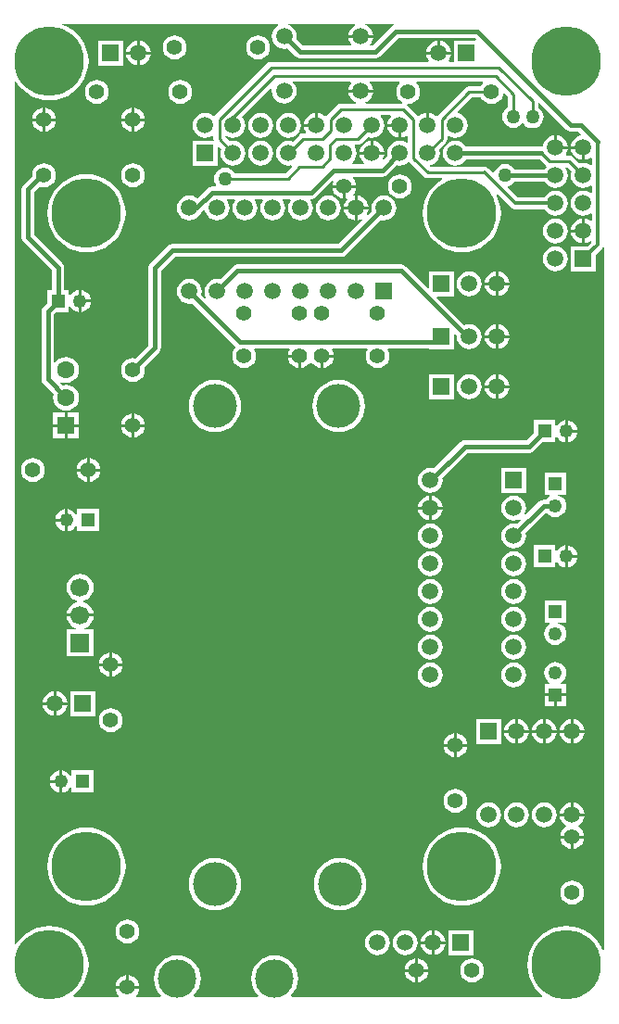
<source format=gtl>
%FSAX24Y24*%
%MOIN*%
G70*
G01*
G75*
G04 Layer_Physical_Order=1*
G04 Layer_Color=255*
%ADD10C,0.0120*%
%ADD11C,0.0100*%
%ADD12C,0.0150*%
%ADD13C,0.0591*%
%ADD14R,0.0591X0.0591*%
%ADD15C,0.0551*%
%ADD16C,0.0492*%
%ADD17R,0.0492X0.0492*%
%ADD18R,0.0591X0.0591*%
%ADD19C,0.0591*%
%ADD20R,0.0492X0.0492*%
%ADD21C,0.0669*%
%ADD22R,0.0669X0.0669*%
%ADD23R,0.0591X0.0591*%
%ADD24C,0.2500*%
%ADD25R,0.0591X0.0591*%
%ADD26C,0.1378*%
%ADD27C,0.1575*%
%ADD28R,0.0630X0.0630*%
%ADD29C,0.0630*%
%ADD30C,0.0500*%
G36*
X066886Y085433D02*
Y085058D01*
X066805Y084995D01*
X066741Y084912D01*
X066700Y084814D01*
X066687Y084710D01*
X066700Y084606D01*
X066741Y084508D01*
X066805Y084425D01*
X066888Y084361D01*
X066986Y084320D01*
X067090Y084307D01*
X067194Y084320D01*
X067292Y084361D01*
X067375Y084425D01*
X067401Y084458D01*
X067451D01*
X067485Y084415D01*
X067568Y084351D01*
X067666Y084310D01*
X067770Y084297D01*
X067874Y084310D01*
X067972Y084351D01*
X068055Y084415D01*
X068119Y084498D01*
X068160Y084596D01*
X068173Y084700D01*
X068160Y084804D01*
X068119Y084902D01*
X068055Y084985D01*
X067974Y085048D01*
Y085196D01*
X068020Y085215D01*
X068988Y084248D01*
X069062Y084198D01*
X069150Y084181D01*
X069431D01*
X069527Y084085D01*
X069511Y084037D01*
X069484Y084034D01*
X069375Y083989D01*
X069282Y083918D01*
X069211Y083825D01*
X069166Y083716D01*
X069157Y083650D01*
X069600D01*
Y083600D01*
X069650D01*
Y083157D01*
X069716Y083166D01*
X069825Y083211D01*
X069861Y083239D01*
X069906Y083217D01*
Y082983D01*
X069861Y082961D01*
X069825Y082989D01*
X069716Y083034D01*
X069600Y083049D01*
X069484Y083034D01*
X069463Y083025D01*
X069239Y083249D01*
X069173Y083293D01*
X069095Y083309D01*
X068994D01*
X068972Y083353D01*
X068989Y083375D01*
X069034Y083484D01*
X069043Y083550D01*
X068600D01*
Y083600D01*
X068550D01*
Y084043D01*
X068484Y084034D01*
X068375Y083989D01*
X068282Y083918D01*
X068211Y083825D01*
X068166Y083716D01*
X068158Y083655D01*
X068117Y083626D01*
X068100Y083629D01*
X065385D01*
X065318Y083718D01*
X065225Y083789D01*
X065116Y083834D01*
X065000Y083849D01*
X064884Y083834D01*
X064775Y083789D01*
X064682Y083718D01*
X064611Y083625D01*
X064566Y083516D01*
X064551Y083400D01*
X064566Y083284D01*
X064611Y083175D01*
X064682Y083082D01*
X064775Y083011D01*
X064884Y082966D01*
X065000Y082951D01*
X065116Y082966D01*
X065225Y083011D01*
X065318Y083082D01*
X065385Y083171D01*
X068041D01*
X068251Y082961D01*
X068263Y082952D01*
X068271Y082903D01*
X068211Y082825D01*
X068209Y082819D01*
X067126D01*
X067075Y082885D01*
X066992Y082949D01*
X066894Y082990D01*
X066790Y083003D01*
X066686Y082990D01*
X066588Y082949D01*
X066505Y082885D01*
X066441Y082802D01*
X066400Y082704D01*
X066354Y082689D01*
X066195Y082847D01*
X066126Y082894D01*
X066044Y082910D01*
X065992Y082900D01*
X064110D01*
X064081Y082940D01*
X064089Y082963D01*
X064116Y082966D01*
X064225Y083011D01*
X064318Y083082D01*
X064389Y083175D01*
X064434Y083284D01*
X064449Y083400D01*
X064434Y083516D01*
X064425Y083537D01*
X064649Y083761D01*
X064649Y083761D01*
X064693Y083827D01*
X064709Y083905D01*
X064709Y083905D01*
Y084006D01*
X064753Y084028D01*
X064775Y084011D01*
X064884Y083966D01*
X065000Y083951D01*
X065116Y083966D01*
X065225Y084011D01*
X065318Y084082D01*
X065389Y084175D01*
X065434Y084284D01*
X065449Y084400D01*
X065434Y084516D01*
X065389Y084625D01*
X065318Y084718D01*
X065225Y084789D01*
X065116Y084834D01*
X065089Y084837D01*
X065073Y084885D01*
X065584Y085396D01*
X065924D01*
X065928Y085385D01*
X065996Y085296D01*
X066085Y085228D01*
X066189Y085185D01*
X066300Y085171D01*
X066411Y085185D01*
X066515Y085228D01*
X066604Y085296D01*
X066672Y085385D01*
X066715Y085489D01*
X066721Y085535D01*
X066768Y085551D01*
X066886Y085433D01*
D02*
G37*
G36*
X058630Y087998D02*
X058616Y087992D01*
X058523Y087921D01*
X058452Y087828D01*
X058407Y087719D01*
X058392Y087603D01*
X058407Y087487D01*
X058452Y087379D01*
X058523Y087286D01*
X058616Y087214D01*
X058725Y087169D01*
X058841Y087154D01*
X058951Y087169D01*
X059242Y086878D01*
X059316Y086828D01*
X059404Y086811D01*
X062120D01*
X062208Y086828D01*
X062282Y086878D01*
X062955Y087551D01*
X065685D01*
X065744Y087491D01*
X065725Y087445D01*
X064955D01*
Y086684D01*
X064775D01*
X064753Y086729D01*
X064789Y086775D01*
X064834Y086884D01*
X064843Y086950D01*
X063957D01*
X063966Y086884D01*
X064011Y086775D01*
X064047Y086729D01*
X064025Y086684D01*
X058380D01*
X058302Y086668D01*
X058235Y086624D01*
X058235Y086624D01*
X056361Y084749D01*
Y084749D01*
X056361D01*
X056352Y084737D01*
X056303Y084729D01*
X056225Y084789D01*
X056116Y084834D01*
X056000Y084849D01*
X055884Y084834D01*
X055775Y084789D01*
X055682Y084718D01*
X055611Y084625D01*
X055566Y084516D01*
X055551Y084400D01*
X055566Y084284D01*
X055611Y084175D01*
X055682Y084082D01*
X055775Y084011D01*
X055884Y083966D01*
X056000Y083951D01*
X056116Y083966D01*
X056225Y084011D01*
X056256Y084035D01*
X056301Y084013D01*
Y083905D01*
X056305Y083884D01*
X056273Y083845D01*
X055555D01*
Y082955D01*
X056445D01*
Y083610D01*
X056491Y083630D01*
X056578Y083544D01*
X056566Y083516D01*
X056551Y083400D01*
X056566Y083284D01*
X056611Y083175D01*
X056682Y083082D01*
X056775Y083011D01*
X056884Y082966D01*
X057000Y082951D01*
X057116Y082966D01*
X057225Y083011D01*
X057318Y083082D01*
X057389Y083175D01*
X057434Y083284D01*
X057449Y083400D01*
X057434Y083516D01*
X057389Y083625D01*
X057318Y083718D01*
X057225Y083789D01*
X057116Y083834D01*
X057000Y083849D01*
X056884Y083834D01*
X056870Y083828D01*
X056709Y083989D01*
Y084006D01*
X056753Y084028D01*
X056775Y084011D01*
X056884Y083966D01*
X057000Y083951D01*
X057116Y083966D01*
X057225Y084011D01*
X057318Y084082D01*
X057389Y084175D01*
X057434Y084284D01*
X057449Y084400D01*
X057434Y084516D01*
X057389Y084625D01*
X057326Y084707D01*
X058358Y085739D01*
X058403Y085717D01*
X058392Y085635D01*
X058407Y085518D01*
X058452Y085410D01*
X058523Y085317D01*
X058616Y085246D01*
X058725Y085201D01*
X058841Y085186D01*
X058957Y085201D01*
X059065Y085246D01*
X059159Y085317D01*
X059230Y085410D01*
X059275Y085518D01*
X059290Y085635D01*
X059275Y085751D01*
X059230Y085859D01*
X059159Y085952D01*
X059160Y085956D01*
X061226D01*
X061248Y085911D01*
X061208Y085859D01*
X061163Y085751D01*
X061154Y085685D01*
X062039D01*
X062031Y085751D01*
X061986Y085859D01*
X061914Y085952D01*
X061916Y085956D01*
X062987D01*
X063003Y085909D01*
X062996Y085904D01*
X062928Y085815D01*
X062885Y085711D01*
X062871Y085600D01*
X062885Y085489D01*
X062928Y085385D01*
X062996Y085296D01*
X063085Y085228D01*
X063098Y085223D01*
X063088Y085174D01*
X061776D01*
X061767Y085223D01*
X061821Y085246D01*
X061914Y085317D01*
X061986Y085410D01*
X062031Y085518D01*
X062039Y085585D01*
X061154D01*
X061163Y085518D01*
X061208Y085410D01*
X061279Y085317D01*
X061372Y085246D01*
X061427Y085223D01*
X061417Y085174D01*
X060870D01*
X060792Y085158D01*
X060725Y085114D01*
X060361Y084749D01*
X060352Y084737D01*
X060303Y084729D01*
X060225Y084789D01*
X060116Y084834D01*
X060050Y084843D01*
Y084400D01*
X060000D01*
Y084350D01*
X059557D01*
X059566Y084284D01*
X059611Y084175D01*
X059628Y084153D01*
X059606Y084109D01*
X059514D01*
X059514Y084109D01*
X059436Y084093D01*
X059370Y084049D01*
X059370Y084049D01*
X059144Y083822D01*
X059116Y083834D01*
X059000Y083849D01*
X058884Y083834D01*
X058775Y083789D01*
X058682Y083718D01*
X058611Y083625D01*
X058566Y083516D01*
X058551Y083400D01*
X058566Y083284D01*
X058611Y083175D01*
X058682Y083082D01*
X058775Y083011D01*
X058884Y082966D01*
X059000Y082951D01*
X059099Y082964D01*
X059121Y082919D01*
X058886Y082684D01*
X057060D01*
X057005Y082755D01*
X056922Y082819D01*
X056824Y082860D01*
X056720Y082873D01*
X056616Y082860D01*
X056518Y082819D01*
X056435Y082755D01*
X056371Y082672D01*
X056330Y082574D01*
X056317Y082470D01*
X056330Y082366D01*
X056371Y082268D01*
X056389Y082244D01*
X056367Y082199D01*
X056237D01*
X056149Y082182D01*
X056075Y082132D01*
X055711Y081768D01*
X055652Y081813D01*
X055543Y081858D01*
X055427Y081874D01*
X055311Y081858D01*
X055203Y081813D01*
X055110Y081742D01*
X055038Y081649D01*
X054993Y081541D01*
X054978Y081424D01*
X054993Y081308D01*
X055038Y081200D01*
X055110Y081107D01*
X055203Y081035D01*
X055311Y080991D01*
X055427Y080975D01*
X055543Y080991D01*
X055652Y081035D01*
X055745Y081107D01*
X055816Y081200D01*
X055837Y081251D01*
X055854Y081262D01*
X055942Y081351D01*
X055990Y081335D01*
X055993Y081308D01*
X056038Y081200D01*
X056110Y081107D01*
X056203Y081035D01*
X056311Y080991D01*
X056427Y080975D01*
X056543Y080991D01*
X056652Y081035D01*
X056745Y081107D01*
X056816Y081200D01*
X056861Y081308D01*
X056876Y081424D01*
X056861Y081541D01*
X056816Y081649D01*
X056780Y081696D01*
X056802Y081741D01*
X057052D01*
X057074Y081696D01*
X057038Y081649D01*
X056993Y081541D01*
X056978Y081424D01*
X056993Y081308D01*
X057038Y081200D01*
X057110Y081107D01*
X057203Y081035D01*
X057311Y080991D01*
X057427Y080975D01*
X057543Y080991D01*
X057652Y081035D01*
X057745Y081107D01*
X057816Y081200D01*
X057861Y081308D01*
X057876Y081424D01*
X057861Y081541D01*
X057816Y081649D01*
X057780Y081696D01*
X057802Y081741D01*
X058052D01*
X058074Y081696D01*
X058038Y081649D01*
X057993Y081541D01*
X057978Y081424D01*
X057993Y081308D01*
X058038Y081200D01*
X058110Y081107D01*
X058203Y081035D01*
X058311Y080991D01*
X058427Y080975D01*
X058543Y080991D01*
X058652Y081035D01*
X058745Y081107D01*
X058816Y081200D01*
X058861Y081308D01*
X058876Y081424D01*
X058861Y081541D01*
X058816Y081649D01*
X058780Y081696D01*
X058802Y081741D01*
X059052D01*
X059074Y081696D01*
X059038Y081649D01*
X058993Y081541D01*
X058978Y081424D01*
X058993Y081308D01*
X059038Y081200D01*
X059110Y081107D01*
X059203Y081035D01*
X059311Y080991D01*
X059427Y080975D01*
X059543Y080991D01*
X059652Y081035D01*
X059745Y081107D01*
X059816Y081200D01*
X059861Y081308D01*
X059876Y081424D01*
X059861Y081541D01*
X059816Y081649D01*
X059780Y081696D01*
X059802Y081741D01*
X059819D01*
X059907Y081758D01*
X059981Y081808D01*
X059981Y081808D01*
X059981Y081808D01*
X060566Y082393D01*
X060608Y082365D01*
X060585Y082311D01*
X060577Y082250D01*
X061423D01*
X061415Y082311D01*
X061372Y082415D01*
X061304Y082504D01*
X061318Y082546D01*
X062375D01*
X062463Y082563D01*
X062537Y082613D01*
X062537Y082613D01*
X062537Y082613D01*
X062890Y082965D01*
X063000Y082951D01*
X063116Y082966D01*
X063225Y083011D01*
X063301Y083070D01*
X063350Y083061D01*
X063351Y083060D01*
X063860Y082552D01*
X063860Y082552D01*
X063899Y082525D01*
X063926Y082507D01*
X064004Y082492D01*
X064512D01*
X064526Y082444D01*
X064408Y082372D01*
X064241Y082229D01*
X064098Y082061D01*
X063983Y081873D01*
X063898Y081670D01*
X063847Y081456D01*
X063830Y081236D01*
X063847Y081016D01*
X063898Y080802D01*
X063983Y080598D01*
X064098Y080410D01*
X064241Y080243D01*
X064408Y080100D01*
X064596Y079985D01*
X064800Y079900D01*
X065014Y079849D01*
X065234Y079831D01*
X065454Y079849D01*
X065668Y079900D01*
X065871Y079985D01*
X066059Y080100D01*
X066227Y080243D01*
X066370Y080410D01*
X066485Y080598D01*
X066569Y080802D01*
X066621Y081016D01*
X066638Y081236D01*
X066621Y081456D01*
X066569Y081670D01*
X066485Y081873D01*
X066473Y081894D01*
X066512Y081925D01*
X066988Y081449D01*
X067058Y081402D01*
X067058Y081402D01*
X067058Y081402D01*
D01*
X067058Y081402D01*
X067058Y081402D01*
X067139Y081386D01*
X068207D01*
X068211Y081375D01*
X068282Y081282D01*
X068375Y081211D01*
X068484Y081166D01*
X068600Y081151D01*
X068716Y081166D01*
X068825Y081211D01*
X068918Y081282D01*
X068989Y081375D01*
X069034Y081484D01*
X069049Y081600D01*
X069034Y081716D01*
X068989Y081825D01*
X068918Y081918D01*
X068825Y081989D01*
X068716Y082034D01*
X068600Y082049D01*
X068484Y082034D01*
X068375Y081989D01*
X068282Y081918D01*
X068211Y081825D01*
X068207Y081814D01*
X067228D01*
X066879Y082164D01*
X066894Y082210D01*
X066992Y082251D01*
X067075Y082315D01*
X067110Y082361D01*
X068222D01*
X068282Y082282D01*
X068375Y082211D01*
X068484Y082166D01*
X068600Y082151D01*
X068716Y082166D01*
X068825Y082211D01*
X068918Y082282D01*
X068989Y082375D01*
X069034Y082484D01*
X069049Y082600D01*
X069034Y082716D01*
X068989Y082825D01*
X068965Y082856D01*
X068976Y082878D01*
X069025Y082886D01*
X069175Y082737D01*
X069166Y082716D01*
X069151Y082600D01*
X069166Y082484D01*
X069211Y082375D01*
X069282Y082282D01*
X069375Y082211D01*
X069484Y082166D01*
X069600Y082151D01*
X069716Y082166D01*
X069825Y082211D01*
X069861Y082239D01*
X069906Y082217D01*
Y081983D01*
X069861Y081961D01*
X069825Y081989D01*
X069716Y082034D01*
X069600Y082049D01*
X069484Y082034D01*
X069375Y081989D01*
X069282Y081918D01*
X069211Y081825D01*
X069166Y081716D01*
X069151Y081600D01*
X069166Y081484D01*
X069211Y081375D01*
X069282Y081282D01*
X069375Y081211D01*
X069484Y081166D01*
X069600Y081151D01*
X069716Y081166D01*
X069825Y081211D01*
X069861Y081239D01*
X069906Y081217D01*
Y080983D01*
X069861Y080961D01*
X069825Y080989D01*
X069716Y081034D01*
X069650Y081043D01*
Y080600D01*
Y080157D01*
X069716Y080166D01*
X069825Y080211D01*
X069861Y080239D01*
X069873Y080233D01*
X069881Y080184D01*
X069742Y080045D01*
X069155D01*
Y079155D01*
X070045D01*
Y079742D01*
X070272Y079969D01*
X070299Y080010D01*
X070347Y079995D01*
Y054735D01*
X070298Y054726D01*
X070251Y054838D01*
X070136Y055025D01*
X069993Y055193D01*
X069825Y055336D01*
X069638Y055451D01*
X069434Y055536D01*
X069220Y055587D01*
X069000Y055604D01*
X068780Y055587D01*
X068566Y055536D01*
X068362Y055451D01*
X068175Y055336D01*
X068007Y055193D01*
X067864Y055025D01*
X067749Y054838D01*
X067664Y054634D01*
X067613Y054420D01*
X067596Y054200D01*
X067613Y053980D01*
X067664Y053766D01*
X067749Y053562D01*
X067864Y053375D01*
X068007Y053207D01*
X068132Y053100D01*
X068115Y053053D01*
X059109D01*
X059092Y053100D01*
X059096Y053104D01*
X059201Y053232D01*
X059279Y053377D01*
X059327Y053536D01*
X059343Y053700D01*
X059327Y053864D01*
X059279Y054023D01*
X059201Y054168D01*
X059096Y054296D01*
X058968Y054401D01*
X058823Y054479D01*
X058664Y054527D01*
X058500Y054543D01*
X058336Y054527D01*
X058177Y054479D01*
X058032Y054401D01*
X057904Y054296D01*
X057799Y054168D01*
X057721Y054023D01*
X057673Y053864D01*
X057657Y053700D01*
X057673Y053536D01*
X057721Y053377D01*
X057799Y053232D01*
X057904Y053104D01*
X057908Y053100D01*
X057891Y053053D01*
X055609D01*
X055592Y053100D01*
X055596Y053104D01*
X055701Y053232D01*
X055779Y053377D01*
X055827Y053536D01*
X055843Y053700D01*
X055827Y053864D01*
X055779Y054023D01*
X055701Y054168D01*
X055596Y054296D01*
X055468Y054401D01*
X055323Y054479D01*
X055164Y054527D01*
X055000Y054543D01*
X054836Y054527D01*
X054677Y054479D01*
X054532Y054401D01*
X054404Y054296D01*
X054299Y054168D01*
X054221Y054023D01*
X054173Y053864D01*
X054157Y053700D01*
X054173Y053536D01*
X054221Y053377D01*
X054299Y053232D01*
X054404Y053104D01*
X054408Y053100D01*
X054391Y053053D01*
X053527D01*
X053505Y053098D01*
X053572Y053185D01*
X053615Y053289D01*
X053623Y053350D01*
X052777D01*
X052785Y053289D01*
X052828Y053185D01*
X052895Y053098D01*
X052873Y053053D01*
X051285D01*
X051268Y053100D01*
X051393Y053207D01*
X051536Y053375D01*
X051651Y053562D01*
X051736Y053766D01*
X051787Y053980D01*
X051804Y054200D01*
X051787Y054420D01*
X051736Y054634D01*
X051651Y054838D01*
X051536Y055025D01*
X051393Y055193D01*
X051225Y055336D01*
X051038Y055451D01*
X050834Y055536D01*
X050620Y055587D01*
X050400Y055604D01*
X050180Y055587D01*
X049966Y055536D01*
X049762Y055451D01*
X049575Y055336D01*
X049407Y055193D01*
X049264Y055025D01*
X049201Y054924D01*
X049153Y054937D01*
Y063543D01*
X049153Y063543D01*
X049153Y063543D01*
Y063543D01*
Y085963D01*
X049201Y085976D01*
X049264Y085875D01*
X049407Y085707D01*
X049575Y085564D01*
X049762Y085449D01*
X049966Y085364D01*
X050180Y085313D01*
X050400Y085296D01*
X050620Y085313D01*
X050834Y085364D01*
X051038Y085449D01*
X051225Y085564D01*
X051393Y085707D01*
X051536Y085875D01*
X051651Y086062D01*
X051736Y086266D01*
X051787Y086480D01*
X051804Y086700D01*
X051787Y086920D01*
X051736Y087134D01*
X051651Y087338D01*
X051536Y087525D01*
X051393Y087693D01*
X051225Y087836D01*
X051038Y087951D01*
X050834Y088036D01*
X050835Y088047D01*
X058620D01*
X058630Y087998D01*
D02*
G37*
G36*
X062684Y084719D02*
X062682Y084718D01*
X062611Y084625D01*
X062566Y084516D01*
X062557Y084450D01*
X063000D01*
Y084400D01*
X063050D01*
Y083957D01*
X063116Y083966D01*
X063225Y084011D01*
X063247Y084028D01*
X063291Y084006D01*
Y083794D01*
X063247Y083772D01*
X063225Y083789D01*
X063116Y083834D01*
X063000Y083849D01*
X062884Y083834D01*
X062775Y083789D01*
X062682Y083718D01*
X062611Y083625D01*
X062566Y083516D01*
X062551Y083400D01*
X062565Y083290D01*
X062436Y083160D01*
X062394Y083188D01*
X062434Y083284D01*
X062443Y083350D01*
X061557D01*
X061566Y083284D01*
X061611Y083175D01*
X061682Y083082D01*
X061722Y083052D01*
X061706Y083004D01*
X061294D01*
X061278Y083052D01*
X061318Y083082D01*
X061389Y083175D01*
X061434Y083284D01*
X061449Y083400D01*
X061434Y083516D01*
X061389Y083625D01*
X061372Y083647D01*
X061394Y083691D01*
X061486D01*
X061564Y083707D01*
X061630Y083751D01*
X061856Y083977D01*
X061884Y083966D01*
X062000Y083951D01*
X062116Y083966D01*
X062225Y084011D01*
X062318Y084082D01*
X062389Y084175D01*
X062434Y084284D01*
X062449Y084400D01*
X062434Y084516D01*
X062389Y084625D01*
X062318Y084718D01*
X062316Y084719D01*
X062332Y084766D01*
X062668D01*
X062684Y084719D01*
D02*
G37*
G36*
X066003Y085909D02*
X065996Y085904D01*
X065928Y085815D01*
X065924Y085804D01*
X065500D01*
X065422Y085788D01*
X065355Y085744D01*
X064361Y084749D01*
X064352Y084737D01*
X064303Y084729D01*
X064225Y084789D01*
X064116Y084834D01*
X064050Y084843D01*
Y084400D01*
X063950D01*
Y084843D01*
X063884Y084834D01*
X063775Y084789D01*
X063697Y084729D01*
X063648Y084737D01*
X063639Y084749D01*
X063275Y085114D01*
X063255Y085128D01*
X063272Y085174D01*
X063300Y085171D01*
X063411Y085185D01*
X063515Y085228D01*
X063604Y085296D01*
X063672Y085385D01*
X063715Y085489D01*
X063729Y085600D01*
X063715Y085711D01*
X063672Y085815D01*
X063604Y085904D01*
X063597Y085909D01*
X063613Y085956D01*
X065987D01*
X066003Y085909D01*
D02*
G37*
G36*
X062797Y087997D02*
X062772Y087992D01*
X062698Y087942D01*
X062025Y087269D01*
X061959D01*
X061936Y087314D01*
X061986Y087379D01*
X062031Y087487D01*
X062039Y087553D01*
X061154D01*
X061163Y087487D01*
X061208Y087379D01*
X061257Y087314D01*
X061235Y087269D01*
X059499D01*
X059276Y087493D01*
X059290Y087603D01*
X059275Y087719D01*
X059230Y087828D01*
X059159Y087921D01*
X059065Y087992D01*
X058957Y088037D01*
Y088037D01*
X058958Y088047D01*
X061376D01*
X061386Y087998D01*
X061372Y087992D01*
X061279Y087921D01*
X061208Y087828D01*
X061163Y087719D01*
X061154Y087653D01*
X062039D01*
X062031Y087719D01*
X061986Y087828D01*
X061914Y087921D01*
X061821Y087992D01*
X061713Y088037D01*
Y088037D01*
X061714Y088047D01*
X062792D01*
X062797Y087997D01*
D02*
G37*
%LPC*%
G36*
X050650Y064043D02*
Y063650D01*
X051043D01*
X051034Y063716D01*
X050989Y063825D01*
X050918Y063918D01*
X050825Y063989D01*
X050716Y064034D01*
X050650Y064043D01*
D02*
G37*
G36*
X068600Y065093D02*
X068497Y065080D01*
X068400Y065040D01*
X068318Y064976D01*
X068254Y064893D01*
X068214Y064797D01*
X068201Y064694D01*
X068214Y064590D01*
X068254Y064494D01*
X068318Y064411D01*
X068398Y064350D01*
X068382Y064304D01*
X068381Y064302D01*
X068204D01*
Y063956D01*
X068996D01*
Y064302D01*
X068819D01*
X068818Y064304D01*
X068802Y064350D01*
X068882Y064411D01*
X068946Y064494D01*
X068986Y064590D01*
X069000Y064694D01*
X068986Y064797D01*
X068946Y064893D01*
X068882Y064976D01*
X068800Y065040D01*
X068703Y065080D01*
X068600Y065093D01*
D02*
G37*
G36*
X050550Y064043D02*
X050484Y064034D01*
X050375Y063989D01*
X050282Y063918D01*
X050211Y063825D01*
X050166Y063716D01*
X050157Y063650D01*
X050550D01*
Y064043D01*
D02*
G37*
G36*
X068550Y063856D02*
X068204D01*
Y063510D01*
X068550D01*
Y063856D01*
D02*
G37*
G36*
X068996D02*
X068650D01*
Y063510D01*
X068996D01*
Y063856D01*
D02*
G37*
G36*
X053023Y064950D02*
X052650D01*
Y064577D01*
X052711Y064585D01*
X052815Y064628D01*
X052904Y064696D01*
X052972Y064785D01*
X053015Y064889D01*
X053023Y064950D01*
D02*
G37*
G36*
X052550Y065423D02*
X052489Y065415D01*
X052385Y065372D01*
X052296Y065304D01*
X052228Y065215D01*
X052185Y065111D01*
X052177Y065050D01*
X052550D01*
Y065423D01*
D02*
G37*
G36*
Y064950D02*
X052177D01*
X052185Y064889D01*
X052228Y064785D01*
X052296Y064696D01*
X052385Y064628D01*
X052489Y064585D01*
X052550Y064577D01*
Y064950D01*
D02*
G37*
G36*
X064097Y065081D02*
X063981Y065065D01*
X063872Y065020D01*
X063779Y064949D01*
X063708Y064856D01*
X063663Y064748D01*
X063648Y064632D01*
X063663Y064515D01*
X063708Y064407D01*
X063779Y064314D01*
X063872Y064243D01*
X063981Y064198D01*
X064097Y064182D01*
X064213Y064198D01*
X064321Y064243D01*
X064414Y064314D01*
X064486Y064407D01*
X064531Y064515D01*
X064546Y064632D01*
X064531Y064748D01*
X064486Y064856D01*
X064414Y064949D01*
X064321Y065020D01*
X064213Y065065D01*
X064097Y065081D01*
D02*
G37*
G36*
X067097D02*
X066981Y065065D01*
X066872Y065020D01*
X066779Y064949D01*
X066708Y064856D01*
X066663Y064748D01*
X066648Y064632D01*
X066663Y064515D01*
X066708Y064407D01*
X066779Y064314D01*
X066872Y064243D01*
X066981Y064198D01*
X067097Y064182D01*
X067213Y064198D01*
X067321Y064243D01*
X067414Y064314D01*
X067486Y064407D01*
X067531Y064515D01*
X067546Y064632D01*
X067531Y064748D01*
X067486Y064856D01*
X067414Y064949D01*
X067321Y065020D01*
X067213Y065065D01*
X067097Y065081D01*
D02*
G37*
G36*
X067150Y063043D02*
X067084Y063034D01*
X066975Y062989D01*
X066882Y062918D01*
X066811Y062825D01*
X066766Y062716D01*
X066757Y062650D01*
X067150D01*
Y063043D01*
D02*
G37*
G36*
X069150D02*
X069084Y063034D01*
X068975Y062989D01*
X068882Y062918D01*
X068811Y062825D01*
X068766Y062716D01*
X068757Y062650D01*
X069150D01*
Y063043D01*
D02*
G37*
G36*
X068250D02*
Y062650D01*
X068643D01*
X068634Y062716D01*
X068589Y062825D01*
X068518Y062918D01*
X068425Y062989D01*
X068316Y063034D01*
X068250Y063043D01*
D02*
G37*
G36*
X067250D02*
Y062650D01*
X067643D01*
X067634Y062716D01*
X067589Y062825D01*
X067518Y062918D01*
X067425Y062989D01*
X067316Y063034D01*
X067250Y063043D01*
D02*
G37*
G36*
X068150D02*
X068084Y063034D01*
X067975Y062989D01*
X067882Y062918D01*
X067811Y062825D01*
X067766Y062716D01*
X067757Y062650D01*
X068150D01*
Y063043D01*
D02*
G37*
G36*
X069250D02*
Y062650D01*
X069643D01*
X069634Y062716D01*
X069589Y062825D01*
X069518Y062918D01*
X069425Y062989D01*
X069316Y063034D01*
X069250Y063043D01*
D02*
G37*
G36*
X050550Y063550D02*
X050157D01*
X050166Y063484D01*
X050211Y063375D01*
X050282Y063282D01*
X050375Y063211D01*
X050484Y063166D01*
X050550Y063157D01*
Y063550D01*
D02*
G37*
G36*
X051043D02*
X050650D01*
Y063157D01*
X050716Y063166D01*
X050825Y063211D01*
X050918Y063282D01*
X050989Y063375D01*
X051034Y063484D01*
X051043Y063550D01*
D02*
G37*
G36*
X069643Y062550D02*
X069250D01*
Y062157D01*
X069316Y062166D01*
X069425Y062211D01*
X069518Y062282D01*
X069589Y062375D01*
X069634Y062484D01*
X069643Y062550D01*
D02*
G37*
G36*
X052045Y064045D02*
X051155D01*
Y063155D01*
X052045D01*
Y064045D01*
D02*
G37*
G36*
X052600Y063429D02*
X052489Y063415D01*
X052385Y063372D01*
X052296Y063304D01*
X052228Y063215D01*
X052185Y063111D01*
X052171Y063000D01*
X052185Y062889D01*
X052228Y062785D01*
X052296Y062696D01*
X052385Y062628D01*
X052489Y062585D01*
X052600Y062571D01*
X052711Y062585D01*
X052815Y062628D01*
X052904Y062696D01*
X052972Y062785D01*
X053015Y062889D01*
X053029Y063000D01*
X053015Y063111D01*
X052972Y063215D01*
X052904Y063304D01*
X052815Y063372D01*
X052711Y063415D01*
X052600Y063429D01*
D02*
G37*
G36*
X069044Y069293D02*
Y068950D01*
X069387D01*
X069380Y069003D01*
X069340Y069100D01*
X069276Y069182D01*
X069193Y069246D01*
X069097Y069286D01*
X069044Y069293D01*
D02*
G37*
G36*
X064097Y070081D02*
X063981Y070065D01*
X063872Y070020D01*
X063779Y069949D01*
X063708Y069856D01*
X063663Y069748D01*
X063648Y069632D01*
X063663Y069515D01*
X063708Y069407D01*
X063779Y069314D01*
X063872Y069243D01*
X063981Y069198D01*
X064097Y069182D01*
X064213Y069198D01*
X064321Y069243D01*
X064414Y069314D01*
X064486Y069407D01*
X064531Y069515D01*
X064546Y069632D01*
X064531Y069748D01*
X064486Y069856D01*
X064414Y069949D01*
X064321Y070020D01*
X064213Y070065D01*
X064097Y070081D01*
D02*
G37*
G36*
X069387Y068850D02*
X069044D01*
Y068507D01*
X069097Y068514D01*
X069193Y068554D01*
X069276Y068618D01*
X069340Y068700D01*
X069380Y068797D01*
X069387Y068850D01*
D02*
G37*
G36*
X067097Y069081D02*
X066981Y069065D01*
X066872Y069020D01*
X066779Y068949D01*
X066708Y068856D01*
X066663Y068748D01*
X066648Y068632D01*
X066663Y068515D01*
X066708Y068407D01*
X066779Y068314D01*
X066872Y068243D01*
X066981Y068198D01*
X067097Y068182D01*
X067213Y068198D01*
X067321Y068243D01*
X067414Y068314D01*
X067486Y068407D01*
X067531Y068515D01*
X067546Y068632D01*
X067531Y068748D01*
X067486Y068856D01*
X067414Y068949D01*
X067321Y069020D01*
X067213Y069065D01*
X067097Y069081D01*
D02*
G37*
G36*
X068602Y069296D02*
X067810D01*
Y068504D01*
X068602D01*
Y068681D01*
X068604Y068682D01*
X068650Y068698D01*
X068711Y068618D01*
X068794Y068554D01*
X068890Y068514D01*
X068944Y068507D01*
Y068900D01*
Y069293D01*
X068890Y069286D01*
X068794Y069246D01*
X068711Y069182D01*
X068650Y069102D01*
X068604Y069118D01*
X068602Y069119D01*
Y069296D01*
D02*
G37*
G36*
X050956Y070593D02*
X050903Y070586D01*
X050807Y070546D01*
X050724Y070482D01*
X050660Y070400D01*
X050620Y070303D01*
X050613Y070250D01*
X050956D01*
Y070593D01*
D02*
G37*
G36*
X068996Y071890D02*
X068204D01*
Y071098D01*
X068381D01*
X068382Y071096D01*
X068398Y071050D01*
X068318Y070989D01*
X068277Y070936D01*
X068172D01*
X068084Y070918D01*
X068009Y070869D01*
X067533Y070392D01*
X067491Y070419D01*
X067531Y070515D01*
X067546Y070631D01*
X067531Y070748D01*
X067486Y070856D01*
X067414Y070949D01*
X067321Y071020D01*
X067213Y071065D01*
X067097Y071081D01*
X066981Y071065D01*
X066872Y071020D01*
X066779Y070949D01*
X066708Y070856D01*
X066663Y070748D01*
X066648Y070631D01*
X066663Y070515D01*
X066708Y070407D01*
X066779Y070314D01*
X066872Y070243D01*
X066981Y070198D01*
X067097Y070182D01*
X067213Y070198D01*
X067309Y070237D01*
X067337Y070196D01*
X067207Y070066D01*
X067097Y070081D01*
X066981Y070065D01*
X066872Y070020D01*
X066779Y069949D01*
X066708Y069856D01*
X066663Y069748D01*
X066648Y069632D01*
X066663Y069515D01*
X066708Y069407D01*
X066779Y069314D01*
X066872Y069243D01*
X066981Y069198D01*
X067097Y069182D01*
X067213Y069198D01*
X067321Y069243D01*
X067414Y069314D01*
X067486Y069407D01*
X067531Y069515D01*
X067546Y069632D01*
X067531Y069742D01*
X068246Y070456D01*
X068295Y070453D01*
X068318Y070424D01*
X068400Y070360D01*
X068497Y070320D01*
X068600Y070307D01*
X068703Y070320D01*
X068800Y070360D01*
X068882Y070424D01*
X068946Y070507D01*
X068986Y070603D01*
X069000Y070706D01*
X068986Y070810D01*
X068946Y070906D01*
X068882Y070989D01*
X068800Y071052D01*
X068714Y071088D01*
Y071088D01*
X068714D01*
X068703Y071092D01*
Y071092D01*
X068704Y071098D01*
X068996D01*
Y071890D01*
D02*
G37*
G36*
X064539Y070581D02*
X064147D01*
Y070189D01*
X064213Y070198D01*
X064321Y070243D01*
X064414Y070314D01*
X064486Y070407D01*
X064531Y070515D01*
X064539Y070581D01*
D02*
G37*
G36*
X050956Y070150D02*
X050613D01*
X050620Y070097D01*
X050660Y070000D01*
X050724Y069918D01*
X050807Y069854D01*
X050903Y069814D01*
X050956Y069807D01*
Y070150D01*
D02*
G37*
G36*
X064047Y070581D02*
X063654D01*
X063663Y070515D01*
X063708Y070407D01*
X063779Y070314D01*
X063872Y070243D01*
X063981Y070198D01*
X064047Y070189D01*
Y070581D01*
D02*
G37*
G36*
X064097Y069081D02*
X063981Y069065D01*
X063872Y069020D01*
X063779Y068949D01*
X063708Y068856D01*
X063663Y068748D01*
X063648Y068632D01*
X063663Y068515D01*
X063708Y068407D01*
X063779Y068314D01*
X063872Y068243D01*
X063981Y068198D01*
X064097Y068182D01*
X064213Y068198D01*
X064321Y068243D01*
X064414Y068314D01*
X064486Y068407D01*
X064531Y068515D01*
X064546Y068632D01*
X064531Y068748D01*
X064486Y068856D01*
X064414Y068949D01*
X064321Y069020D01*
X064213Y069065D01*
X064097Y069081D01*
D02*
G37*
G36*
X051982Y066725D02*
X051018D01*
X051028Y066648D01*
X051077Y066530D01*
X051154Y066429D01*
X051256Y066351D01*
X051359Y066308D01*
X051350Y066259D01*
X051015D01*
Y065290D01*
X051985D01*
Y066259D01*
X051650D01*
X051641Y066308D01*
X051744Y066351D01*
X051846Y066429D01*
X051923Y066530D01*
X051972Y066648D01*
X051982Y066725D01*
D02*
G37*
G36*
X068996Y067290D02*
X068204D01*
Y066498D01*
X068381D01*
X068382Y066496D01*
X068398Y066450D01*
X068318Y066389D01*
X068254Y066306D01*
X068214Y066210D01*
X068201Y066106D01*
X068214Y066003D01*
X068254Y065907D01*
X068318Y065824D01*
X068400Y065760D01*
X068497Y065720D01*
X068600Y065707D01*
X068703Y065720D01*
X068800Y065760D01*
X068882Y065824D01*
X068946Y065907D01*
X068986Y066003D01*
X069000Y066106D01*
X068986Y066210D01*
X068946Y066306D01*
X068882Y066389D01*
X068800Y066452D01*
X068714Y066488D01*
Y066488D01*
X068714D01*
X068703Y066492D01*
Y066492D01*
X068704Y066498D01*
X068996D01*
Y067290D01*
D02*
G37*
G36*
X067097Y066081D02*
X066981Y066065D01*
X066872Y066020D01*
X066779Y065949D01*
X066708Y065856D01*
X066663Y065748D01*
X066648Y065631D01*
X066663Y065515D01*
X066708Y065407D01*
X066779Y065314D01*
X066872Y065243D01*
X066981Y065198D01*
X067097Y065182D01*
X067213Y065198D01*
X067321Y065243D01*
X067414Y065314D01*
X067486Y065407D01*
X067531Y065515D01*
X067546Y065631D01*
X067531Y065748D01*
X067486Y065856D01*
X067414Y065949D01*
X067321Y066020D01*
X067213Y066065D01*
X067097Y066081D01*
D02*
G37*
G36*
X052650Y065423D02*
Y065050D01*
X053023D01*
X053015Y065111D01*
X052972Y065215D01*
X052904Y065304D01*
X052815Y065372D01*
X052711Y065415D01*
X052650Y065423D01*
D02*
G37*
G36*
X064097Y066081D02*
X063981Y066065D01*
X063872Y066020D01*
X063779Y065949D01*
X063708Y065856D01*
X063663Y065748D01*
X063648Y065631D01*
X063663Y065515D01*
X063708Y065407D01*
X063779Y065314D01*
X063872Y065243D01*
X063981Y065198D01*
X064097Y065182D01*
X064213Y065198D01*
X064321Y065243D01*
X064414Y065314D01*
X064486Y065407D01*
X064531Y065515D01*
X064546Y065631D01*
X064531Y065748D01*
X064486Y065856D01*
X064414Y065949D01*
X064321Y066020D01*
X064213Y066065D01*
X064097Y066081D01*
D02*
G37*
G36*
Y068081D02*
X063981Y068065D01*
X063872Y068020D01*
X063779Y067949D01*
X063708Y067856D01*
X063663Y067748D01*
X063648Y067632D01*
X063663Y067515D01*
X063708Y067407D01*
X063779Y067314D01*
X063872Y067243D01*
X063981Y067198D01*
X064097Y067182D01*
X064213Y067198D01*
X064321Y067243D01*
X064414Y067314D01*
X064486Y067407D01*
X064531Y067515D01*
X064546Y067632D01*
X064531Y067748D01*
X064486Y067856D01*
X064414Y067949D01*
X064321Y068020D01*
X064213Y068065D01*
X064097Y068081D01*
D02*
G37*
G36*
X067097D02*
X066981Y068065D01*
X066872Y068020D01*
X066779Y067949D01*
X066708Y067856D01*
X066663Y067748D01*
X066648Y067632D01*
X066663Y067515D01*
X066708Y067407D01*
X066779Y067314D01*
X066872Y067243D01*
X066981Y067198D01*
X067097Y067182D01*
X067213Y067198D01*
X067321Y067243D01*
X067414Y067314D01*
X067486Y067407D01*
X067531Y067515D01*
X067546Y067632D01*
X067531Y067748D01*
X067486Y067856D01*
X067414Y067949D01*
X067321Y068020D01*
X067213Y068065D01*
X067097Y068081D01*
D02*
G37*
G36*
X051500Y068264D02*
X051373Y068247D01*
X051256Y068198D01*
X051154Y068120D01*
X051077Y068019D01*
X051028Y067901D01*
X051011Y067775D01*
X051028Y067648D01*
X051077Y067530D01*
X051154Y067429D01*
X051256Y067351D01*
X051373Y067303D01*
X051395Y067300D01*
Y067250D01*
X051373Y067247D01*
X051256Y067198D01*
X051154Y067120D01*
X051077Y067019D01*
X051028Y066901D01*
X051018Y066825D01*
X051982D01*
X051972Y066901D01*
X051923Y067019D01*
X051846Y067120D01*
X051744Y067198D01*
X051627Y067247D01*
X051605Y067250D01*
Y067300D01*
X051627Y067303D01*
X051744Y067351D01*
X051846Y067429D01*
X051923Y067530D01*
X051972Y067648D01*
X051989Y067775D01*
X051972Y067901D01*
X051923Y068019D01*
X051846Y068120D01*
X051744Y068198D01*
X051627Y068247D01*
X051500Y068264D01*
D02*
G37*
G36*
X064097Y067081D02*
X063981Y067065D01*
X063872Y067020D01*
X063779Y066949D01*
X063708Y066856D01*
X063663Y066748D01*
X063648Y066631D01*
X063663Y066515D01*
X063708Y066407D01*
X063779Y066314D01*
X063872Y066243D01*
X063981Y066198D01*
X064097Y066182D01*
X064213Y066198D01*
X064321Y066243D01*
X064414Y066314D01*
X064486Y066407D01*
X064531Y066515D01*
X064546Y066631D01*
X064531Y066748D01*
X064486Y066856D01*
X064414Y066949D01*
X064321Y067020D01*
X064213Y067065D01*
X064097Y067081D01*
D02*
G37*
G36*
X067097D02*
X066981Y067065D01*
X066872Y067020D01*
X066779Y066949D01*
X066708Y066856D01*
X066663Y066748D01*
X066648Y066631D01*
X066663Y066515D01*
X066708Y066407D01*
X066779Y066314D01*
X066872Y066243D01*
X066981Y066198D01*
X067097Y066182D01*
X067213Y066198D01*
X067321Y066243D01*
X067414Y066314D01*
X067486Y066407D01*
X067531Y066515D01*
X067546Y066631D01*
X067531Y066748D01*
X067486Y066856D01*
X067414Y066949D01*
X067321Y067020D01*
X067213Y067065D01*
X067097Y067081D01*
D02*
G37*
G36*
X064250Y055443D02*
Y055050D01*
X064643D01*
X064634Y055116D01*
X064589Y055225D01*
X064518Y055318D01*
X064425Y055389D01*
X064316Y055434D01*
X064250Y055443D01*
D02*
G37*
G36*
X056350Y058042D02*
X056166Y058024D01*
X055990Y057970D01*
X055827Y057883D01*
X055684Y057766D01*
X055567Y057623D01*
X055480Y057460D01*
X055426Y057284D01*
X055408Y057100D01*
X055426Y056916D01*
X055480Y056740D01*
X055567Y056577D01*
X055684Y056434D01*
X055827Y056317D01*
X055990Y056230D01*
X056166Y056176D01*
X056350Y056158D01*
X056534Y056176D01*
X056710Y056230D01*
X056873Y056317D01*
X057016Y056434D01*
X057133Y056577D01*
X057220Y056740D01*
X057274Y056916D01*
X057292Y057100D01*
X057274Y057284D01*
X057220Y057460D01*
X057133Y057623D01*
X057016Y057766D01*
X056873Y057883D01*
X056710Y057970D01*
X056534Y058024D01*
X056350Y058042D01*
D02*
G37*
G36*
X064150Y055443D02*
X064084Y055434D01*
X063975Y055389D01*
X063882Y055318D01*
X063811Y055225D01*
X063766Y055116D01*
X063757Y055050D01*
X064150D01*
Y055443D01*
D02*
G37*
G36*
X064643Y054950D02*
X064250D01*
Y054557D01*
X064316Y054566D01*
X064425Y054611D01*
X064518Y054682D01*
X064589Y054775D01*
X064634Y054884D01*
X064643Y054950D01*
D02*
G37*
G36*
X053200Y055829D02*
X053089Y055815D01*
X052985Y055772D01*
X052896Y055704D01*
X052828Y055615D01*
X052785Y055511D01*
X052771Y055400D01*
X052785Y055289D01*
X052828Y055185D01*
X052896Y055096D01*
X052985Y055028D01*
X053089Y054985D01*
X053200Y054971D01*
X053311Y054985D01*
X053415Y055028D01*
X053504Y055096D01*
X053572Y055185D01*
X053615Y055289D01*
X053629Y055400D01*
X053615Y055511D01*
X053572Y055615D01*
X053504Y055704D01*
X053415Y055772D01*
X053311Y055815D01*
X053200Y055829D01*
D02*
G37*
G36*
X069200Y057229D02*
X069089Y057215D01*
X068985Y057172D01*
X068896Y057104D01*
X068828Y057015D01*
X068785Y056911D01*
X068771Y056800D01*
X068785Y056689D01*
X068828Y056585D01*
X068896Y056496D01*
X068985Y056428D01*
X069089Y056385D01*
X069200Y056371D01*
X069311Y056385D01*
X069415Y056428D01*
X069504Y056496D01*
X069572Y056585D01*
X069615Y056689D01*
X069629Y056800D01*
X069615Y056911D01*
X069572Y057015D01*
X069504Y057104D01*
X069415Y057172D01*
X069311Y057215D01*
X069200Y057229D01*
D02*
G37*
G36*
X069150Y058750D02*
X068777D01*
X068785Y058689D01*
X068828Y058585D01*
X068896Y058496D01*
X068985Y058428D01*
X069089Y058385D01*
X069150Y058377D01*
Y058750D01*
D02*
G37*
G36*
X065234Y059140D02*
X065014Y059123D01*
X064800Y059071D01*
X064596Y058987D01*
X064408Y058872D01*
X064241Y058729D01*
X064098Y058561D01*
X063983Y058373D01*
X063898Y058170D01*
X063847Y057956D01*
X063830Y057736D01*
X063847Y057516D01*
X063898Y057302D01*
X063983Y057098D01*
X064098Y056910D01*
X064241Y056743D01*
X064408Y056600D01*
X064596Y056485D01*
X064800Y056400D01*
X065014Y056349D01*
X065234Y056331D01*
X065454Y056349D01*
X065668Y056400D01*
X065871Y056485D01*
X066059Y056600D01*
X066227Y056743D01*
X066370Y056910D01*
X066485Y057098D01*
X066569Y057302D01*
X066621Y057516D01*
X066638Y057736D01*
X066621Y057956D01*
X066569Y058170D01*
X066485Y058373D01*
X066370Y058561D01*
X066227Y058729D01*
X066059Y058872D01*
X065871Y058987D01*
X065668Y059071D01*
X065454Y059123D01*
X065234Y059140D01*
D02*
G37*
G36*
X060850Y058042D02*
X060666Y058024D01*
X060490Y057970D01*
X060327Y057883D01*
X060184Y057766D01*
X060067Y057623D01*
X059980Y057460D01*
X059926Y057284D01*
X059908Y057100D01*
X059926Y056916D01*
X059980Y056740D01*
X060067Y056577D01*
X060184Y056434D01*
X060327Y056317D01*
X060490Y056230D01*
X060666Y056176D01*
X060850Y056158D01*
X061034Y056176D01*
X061210Y056230D01*
X061373Y056317D01*
X061516Y056434D01*
X061633Y056577D01*
X061720Y056740D01*
X061774Y056916D01*
X061792Y057100D01*
X061774Y057284D01*
X061720Y057460D01*
X061633Y057623D01*
X061516Y057766D01*
X061373Y057883D01*
X061210Y057970D01*
X061034Y058024D01*
X060850Y058042D01*
D02*
G37*
G36*
X051734Y059140D02*
X051514Y059123D01*
X051300Y059071D01*
X051096Y058987D01*
X050908Y058872D01*
X050741Y058729D01*
X050598Y058561D01*
X050483Y058373D01*
X050398Y058170D01*
X050347Y057956D01*
X050330Y057736D01*
X050347Y057516D01*
X050398Y057302D01*
X050483Y057098D01*
X050598Y056910D01*
X050741Y056743D01*
X050908Y056600D01*
X051096Y056485D01*
X051300Y056400D01*
X051514Y056349D01*
X051734Y056331D01*
X051954Y056349D01*
X052168Y056400D01*
X052371Y056485D01*
X052559Y056600D01*
X052727Y056743D01*
X052870Y056910D01*
X052985Y057098D01*
X053069Y057302D01*
X053121Y057516D01*
X053138Y057736D01*
X053121Y057956D01*
X053069Y058170D01*
X052985Y058373D01*
X052870Y058561D01*
X052727Y058729D01*
X052559Y058872D01*
X052371Y058987D01*
X052168Y059071D01*
X051954Y059123D01*
X051734Y059140D01*
D02*
G37*
G36*
X064150Y054950D02*
X063757D01*
X063766Y054884D01*
X063811Y054775D01*
X063882Y054682D01*
X063975Y054611D01*
X064084Y054566D01*
X064150Y054557D01*
Y054950D01*
D02*
G37*
G36*
X063550Y053950D02*
X063177D01*
X063185Y053889D01*
X063228Y053785D01*
X063296Y053696D01*
X063385Y053628D01*
X063489Y053585D01*
X063550Y053577D01*
Y053950D01*
D02*
G37*
G36*
X064023D02*
X063650D01*
Y053577D01*
X063711Y053585D01*
X063815Y053628D01*
X063904Y053696D01*
X063972Y053785D01*
X064015Y053889D01*
X064023Y053950D01*
D02*
G37*
G36*
X065600Y054429D02*
X065489Y054415D01*
X065385Y054372D01*
X065296Y054304D01*
X065228Y054215D01*
X065185Y054111D01*
X065171Y054000D01*
X065185Y053889D01*
X065228Y053785D01*
X065296Y053696D01*
X065385Y053628D01*
X065489Y053585D01*
X065600Y053571D01*
X065711Y053585D01*
X065815Y053628D01*
X065904Y053696D01*
X065972Y053785D01*
X066015Y053889D01*
X066029Y054000D01*
X066015Y054111D01*
X065972Y054215D01*
X065904Y054304D01*
X065815Y054372D01*
X065711Y054415D01*
X065600Y054429D01*
D02*
G37*
G36*
X053150Y053823D02*
X053089Y053815D01*
X052985Y053772D01*
X052896Y053704D01*
X052828Y053615D01*
X052785Y053511D01*
X052777Y053450D01*
X053150D01*
Y053823D01*
D02*
G37*
G36*
X053250D02*
Y053450D01*
X053623D01*
X053615Y053511D01*
X053572Y053615D01*
X053504Y053704D01*
X053415Y053772D01*
X053311Y053815D01*
X053250Y053823D01*
D02*
G37*
G36*
X063200Y055449D02*
X063084Y055434D01*
X062975Y055389D01*
X062882Y055318D01*
X062811Y055225D01*
X062766Y055116D01*
X062751Y055000D01*
X062766Y054884D01*
X062811Y054775D01*
X062882Y054682D01*
X062975Y054611D01*
X063084Y054566D01*
X063200Y054551D01*
X063316Y054566D01*
X063425Y054611D01*
X063518Y054682D01*
X063589Y054775D01*
X063634Y054884D01*
X063649Y055000D01*
X063634Y055116D01*
X063589Y055225D01*
X063518Y055318D01*
X063425Y055389D01*
X063316Y055434D01*
X063200Y055449D01*
D02*
G37*
G36*
X065645Y055445D02*
X064755D01*
Y054555D01*
X065645D01*
Y055445D01*
D02*
G37*
G36*
X062200Y055449D02*
X062084Y055434D01*
X061975Y055389D01*
X061882Y055318D01*
X061811Y055225D01*
X061766Y055116D01*
X061751Y055000D01*
X061766Y054884D01*
X061811Y054775D01*
X061882Y054682D01*
X061975Y054611D01*
X062084Y054566D01*
X062200Y054551D01*
X062316Y054566D01*
X062425Y054611D01*
X062518Y054682D01*
X062589Y054775D01*
X062634Y054884D01*
X062649Y055000D01*
X062634Y055116D01*
X062589Y055225D01*
X062518Y055318D01*
X062425Y055389D01*
X062316Y055434D01*
X062200Y055449D01*
D02*
G37*
G36*
X063550Y054423D02*
X063489Y054415D01*
X063385Y054372D01*
X063296Y054304D01*
X063228Y054215D01*
X063185Y054111D01*
X063177Y054050D01*
X063550D01*
Y054423D01*
D02*
G37*
G36*
X063650D02*
Y054050D01*
X064023D01*
X064015Y054111D01*
X063972Y054215D01*
X063904Y054304D01*
X063815Y054372D01*
X063711Y054415D01*
X063650Y054423D01*
D02*
G37*
G36*
X065050Y062523D02*
Y062150D01*
X065423D01*
X065415Y062211D01*
X065372Y062315D01*
X065304Y062404D01*
X065215Y062472D01*
X065111Y062515D01*
X065050Y062523D01*
D02*
G37*
G36*
X066645Y063045D02*
X065755D01*
Y062155D01*
X066645D01*
Y063045D01*
D02*
G37*
G36*
X064950Y062523D02*
X064889Y062515D01*
X064785Y062472D01*
X064696Y062404D01*
X064628Y062315D01*
X064585Y062211D01*
X064577Y062150D01*
X064950D01*
Y062523D01*
D02*
G37*
G36*
Y062050D02*
X064577D01*
X064585Y061989D01*
X064628Y061885D01*
X064696Y061796D01*
X064785Y061728D01*
X064889Y061685D01*
X064950Y061677D01*
Y062050D01*
D02*
G37*
G36*
X065423D02*
X065050D01*
Y061677D01*
X065111Y061685D01*
X065215Y061728D01*
X065304Y061796D01*
X065372Y061885D01*
X065415Y061989D01*
X065423Y062050D01*
D02*
G37*
G36*
X068643Y062550D02*
X068250D01*
Y062157D01*
X068316Y062166D01*
X068425Y062211D01*
X068518Y062282D01*
X068589Y062375D01*
X068634Y062484D01*
X068643Y062550D01*
D02*
G37*
G36*
X069150D02*
X068757D01*
X068766Y062484D01*
X068811Y062375D01*
X068882Y062282D01*
X068975Y062211D01*
X069084Y062166D01*
X069150Y062157D01*
Y062550D01*
D02*
G37*
G36*
X068150D02*
X067757D01*
X067766Y062484D01*
X067811Y062375D01*
X067882Y062282D01*
X067975Y062211D01*
X068084Y062166D01*
X068150Y062157D01*
Y062550D01*
D02*
G37*
G36*
X067150D02*
X066757D01*
X066766Y062484D01*
X066811Y062375D01*
X066882Y062282D01*
X066975Y062211D01*
X067084Y062166D01*
X067150Y062157D01*
Y062550D01*
D02*
G37*
G36*
X067643D02*
X067250D01*
Y062157D01*
X067316Y062166D01*
X067425Y062211D01*
X067518Y062282D01*
X067589Y062375D01*
X067634Y062484D01*
X067643Y062550D01*
D02*
G37*
G36*
X051990Y061196D02*
X051198D01*
Y061019D01*
X051196Y061018D01*
X051150Y061002D01*
X051089Y061082D01*
X051006Y061146D01*
X050910Y061186D01*
X050856Y061193D01*
Y060800D01*
Y060407D01*
X050910Y060414D01*
X051006Y060454D01*
X051089Y060518D01*
X051150Y060598D01*
X051196Y060582D01*
X051198Y060581D01*
Y060404D01*
X051990D01*
Y061196D01*
D02*
G37*
G36*
X067200Y060049D02*
X067084Y060034D01*
X066975Y059989D01*
X066882Y059918D01*
X066811Y059825D01*
X066766Y059716D01*
X066751Y059600D01*
X066766Y059484D01*
X066811Y059375D01*
X066882Y059282D01*
X066975Y059211D01*
X067084Y059166D01*
X067200Y059151D01*
X067316Y059166D01*
X067425Y059211D01*
X067518Y059282D01*
X067589Y059375D01*
X067634Y059484D01*
X067649Y059600D01*
X067634Y059716D01*
X067589Y059825D01*
X067518Y059918D01*
X067425Y059989D01*
X067316Y060034D01*
X067200Y060049D01*
D02*
G37*
G36*
X068200D02*
X068084Y060034D01*
X067975Y059989D01*
X067882Y059918D01*
X067811Y059825D01*
X067766Y059716D01*
X067751Y059600D01*
X067766Y059484D01*
X067811Y059375D01*
X067882Y059282D01*
X067975Y059211D01*
X068084Y059166D01*
X068200Y059151D01*
X068316Y059166D01*
X068425Y059211D01*
X068518Y059282D01*
X068589Y059375D01*
X068634Y059484D01*
X068649Y059600D01*
X068634Y059716D01*
X068589Y059825D01*
X068518Y059918D01*
X068425Y059989D01*
X068316Y060034D01*
X068200Y060049D01*
D02*
G37*
G36*
X066200D02*
X066084Y060034D01*
X065975Y059989D01*
X065882Y059918D01*
X065811Y059825D01*
X065766Y059716D01*
X065751Y059600D01*
X065766Y059484D01*
X065811Y059375D01*
X065882Y059282D01*
X065975Y059211D01*
X066084Y059166D01*
X066200Y059151D01*
X066316Y059166D01*
X066425Y059211D01*
X066518Y059282D01*
X066589Y059375D01*
X066634Y059484D01*
X066649Y059600D01*
X066634Y059716D01*
X066589Y059825D01*
X066518Y059918D01*
X066425Y059989D01*
X066316Y060034D01*
X066200Y060049D01*
D02*
G37*
G36*
X069623Y058750D02*
X069250D01*
Y058377D01*
X069311Y058385D01*
X069415Y058428D01*
X069504Y058496D01*
X069572Y058585D01*
X069615Y058689D01*
X069623Y058750D01*
D02*
G37*
G36*
X069643Y059550D02*
X068757D01*
X068766Y059484D01*
X068811Y059375D01*
X068882Y059282D01*
X068973Y059213D01*
Y059206D01*
X068947Y059142D01*
X068896Y059104D01*
X068828Y059015D01*
X068785Y058911D01*
X068777Y058850D01*
X069623D01*
X069615Y058911D01*
X069572Y059015D01*
X069504Y059104D01*
X069415Y059172D01*
X069415Y059207D01*
X069425Y059211D01*
X069518Y059282D01*
X069589Y059375D01*
X069634Y059484D01*
X069643Y059550D01*
D02*
G37*
G36*
X050756Y060750D02*
X050413D01*
X050420Y060697D01*
X050460Y060600D01*
X050524Y060518D01*
X050607Y060454D01*
X050703Y060414D01*
X050756Y060407D01*
Y060750D01*
D02*
G37*
G36*
Y061193D02*
X050703Y061186D01*
X050607Y061146D01*
X050524Y061082D01*
X050460Y061000D01*
X050420Y060903D01*
X050413Y060850D01*
X050756D01*
Y061193D01*
D02*
G37*
G36*
X065000Y060529D02*
X064889Y060515D01*
X064785Y060472D01*
X064696Y060404D01*
X064628Y060315D01*
X064585Y060211D01*
X064571Y060100D01*
X064585Y059989D01*
X064628Y059885D01*
X064696Y059796D01*
X064785Y059728D01*
X064889Y059685D01*
X065000Y059671D01*
X065111Y059685D01*
X065215Y059728D01*
X065304Y059796D01*
X065372Y059885D01*
X065415Y059989D01*
X065429Y060100D01*
X065415Y060211D01*
X065372Y060315D01*
X065304Y060404D01*
X065215Y060472D01*
X065111Y060515D01*
X065000Y060529D01*
D02*
G37*
G36*
X069150Y060043D02*
X069084Y060034D01*
X068975Y059989D01*
X068882Y059918D01*
X068811Y059825D01*
X068766Y059716D01*
X068757Y059650D01*
X069150D01*
Y060043D01*
D02*
G37*
G36*
X069250D02*
Y059650D01*
X069643D01*
X069634Y059716D01*
X069589Y059825D01*
X069518Y059918D01*
X069425Y059989D01*
X069316Y060034D01*
X069250Y060043D01*
D02*
G37*
G36*
X058000Y083849D02*
X057884Y083834D01*
X057775Y083789D01*
X057682Y083718D01*
X057611Y083625D01*
X057566Y083516D01*
X057551Y083400D01*
X057566Y083284D01*
X057611Y083175D01*
X057682Y083082D01*
X057775Y083011D01*
X057884Y082966D01*
X058000Y082951D01*
X058116Y082966D01*
X058225Y083011D01*
X058318Y083082D01*
X058389Y083175D01*
X058434Y083284D01*
X058449Y083400D01*
X058434Y083516D01*
X058389Y083625D01*
X058318Y083718D01*
X058225Y083789D01*
X058116Y083834D01*
X058000Y083849D01*
D02*
G37*
G36*
X069550Y083550D02*
X069157D01*
X069166Y083484D01*
X069211Y083375D01*
X069282Y083282D01*
X069375Y083211D01*
X069484Y083166D01*
X069550Y083157D01*
Y083550D01*
D02*
G37*
G36*
X053400Y083029D02*
X053289Y083015D01*
X053185Y082972D01*
X053096Y082904D01*
X053028Y082815D01*
X052985Y082711D01*
X052971Y082600D01*
X052985Y082489D01*
X053028Y082385D01*
X053096Y082296D01*
X053185Y082228D01*
X053289Y082185D01*
X053400Y082171D01*
X053511Y082185D01*
X053615Y082228D01*
X053704Y082296D01*
X053772Y082385D01*
X053815Y082489D01*
X053829Y082600D01*
X053815Y082711D01*
X053772Y082815D01*
X053704Y082904D01*
X053615Y082972D01*
X053511Y083015D01*
X053400Y083029D01*
D02*
G37*
G36*
X060950Y082150D02*
X060577D01*
X060585Y082089D01*
X060628Y081985D01*
X060696Y081896D01*
X060785Y081828D01*
X060889Y081785D01*
X060950Y081777D01*
Y082150D01*
D02*
G37*
G36*
X050200Y083029D02*
X050089Y083015D01*
X049985Y082972D01*
X049896Y082904D01*
X049828Y082815D01*
X049785Y082711D01*
X049771Y082600D01*
X049775Y082569D01*
X049458Y082252D01*
X049408Y082178D01*
X049391Y082090D01*
Y080370D01*
X049408Y080282D01*
X049458Y080208D01*
X049458Y080208D01*
X049458Y080208D01*
X050477Y079189D01*
Y078471D01*
X050310D01*
Y078003D01*
X050178Y077871D01*
X050128Y077796D01*
X050111Y077709D01*
Y075260D01*
X050128Y075172D01*
X050178Y075098D01*
X050178Y075098D01*
X050178Y075098D01*
X050549Y074726D01*
X050547Y074721D01*
X050531Y074600D01*
X050547Y074479D01*
X050594Y074366D01*
X050668Y074268D01*
X050766Y074194D01*
X050879Y074147D01*
X051000Y074131D01*
X051121Y074147D01*
X051234Y074194D01*
X051332Y074268D01*
X051406Y074366D01*
X051453Y074479D01*
X051469Y074600D01*
X051453Y074721D01*
X051406Y074834D01*
X051332Y074932D01*
X051234Y075006D01*
X051121Y075053D01*
X051000Y075069D01*
X050879Y075053D01*
X050874Y075051D01*
X050796Y075128D01*
X050824Y075170D01*
X050879Y075147D01*
X051000Y075131D01*
X051121Y075147D01*
X051234Y075194D01*
X051332Y075268D01*
X051406Y075366D01*
X051453Y075479D01*
X051469Y075600D01*
X051453Y075721D01*
X051406Y075834D01*
X051332Y075932D01*
X051234Y076006D01*
X051121Y076053D01*
X051000Y076069D01*
X050879Y076053D01*
X050766Y076006D01*
X050668Y075932D01*
X050617Y075864D01*
X050569Y075880D01*
Y077613D01*
X050635Y077679D01*
X051102D01*
Y077856D01*
X051104Y077857D01*
X051150Y077872D01*
X051211Y077792D01*
X051294Y077729D01*
X051390Y077689D01*
X051444Y077682D01*
Y078075D01*
Y078468D01*
X051390Y078461D01*
X051294Y078421D01*
X051211Y078357D01*
X051150Y078277D01*
X051104Y078292D01*
X051102Y078293D01*
Y078471D01*
X050936D01*
Y079284D01*
X050918Y079371D01*
X050869Y079446D01*
X049849Y080465D01*
Y081995D01*
X050054Y082200D01*
X050089Y082185D01*
X050200Y082171D01*
X050311Y082185D01*
X050415Y082228D01*
X050504Y082296D01*
X050572Y082385D01*
X050615Y082489D01*
X050629Y082600D01*
X050615Y082711D01*
X050572Y082815D01*
X050504Y082904D01*
X050415Y082972D01*
X050311Y083015D01*
X050200Y083029D01*
D02*
G37*
G36*
X058000Y084849D02*
X057884Y084834D01*
X057775Y084789D01*
X057682Y084718D01*
X057611Y084625D01*
X057566Y084516D01*
X057551Y084400D01*
X057566Y084284D01*
X057611Y084175D01*
X057682Y084082D01*
X057775Y084011D01*
X057884Y083966D01*
X058000Y083951D01*
X058116Y083966D01*
X058225Y084011D01*
X058318Y084082D01*
X058389Y084175D01*
X058434Y084284D01*
X058449Y084400D01*
X058434Y084516D01*
X058389Y084625D01*
X058318Y084718D01*
X058225Y084789D01*
X058116Y084834D01*
X058000Y084849D01*
D02*
G37*
G36*
X059000D02*
X058884Y084834D01*
X058775Y084789D01*
X058682Y084718D01*
X058611Y084625D01*
X058566Y084516D01*
X058551Y084400D01*
X058566Y084284D01*
X058611Y084175D01*
X058682Y084082D01*
X058775Y084011D01*
X058884Y083966D01*
X059000Y083951D01*
X059116Y083966D01*
X059225Y084011D01*
X059318Y084082D01*
X059389Y084175D01*
X059434Y084284D01*
X059449Y084400D01*
X059434Y084516D01*
X059389Y084625D01*
X059318Y084718D01*
X059225Y084789D01*
X059116Y084834D01*
X059000Y084849D01*
D02*
G37*
G36*
X068650Y084043D02*
Y083650D01*
X069043D01*
X069034Y083716D01*
X068989Y083825D01*
X068918Y083918D01*
X068825Y083989D01*
X068716Y084034D01*
X068650Y084043D01*
D02*
G37*
G36*
X061950Y083843D02*
X061884Y083834D01*
X061775Y083789D01*
X061682Y083718D01*
X061611Y083625D01*
X061566Y083516D01*
X061557Y083450D01*
X061950D01*
Y083843D01*
D02*
G37*
G36*
X062050D02*
Y083450D01*
X062443D01*
X062434Y083516D01*
X062389Y083625D01*
X062318Y083718D01*
X062225Y083789D01*
X062116Y083834D01*
X062050Y083843D01*
D02*
G37*
G36*
X063000Y082629D02*
X062889Y082615D01*
X062785Y082572D01*
X062696Y082504D01*
X062628Y082415D01*
X062585Y082311D01*
X062571Y082200D01*
X062585Y082089D01*
X062628Y081985D01*
X062696Y081896D01*
X062785Y081828D01*
X062889Y081785D01*
X063000Y081771D01*
X063111Y081785D01*
X063215Y081828D01*
X063304Y081896D01*
X063372Y081985D01*
X063415Y082089D01*
X063429Y082200D01*
X063415Y082311D01*
X063372Y082415D01*
X063304Y082504D01*
X063215Y082572D01*
X063111Y082615D01*
X063000Y082629D01*
D02*
G37*
G36*
X069550Y080550D02*
X069157D01*
X069166Y080484D01*
X069211Y080375D01*
X069282Y080282D01*
X069375Y080211D01*
X069484Y080166D01*
X069550Y080157D01*
Y080550D01*
D02*
G37*
G36*
Y081043D02*
X069484Y081034D01*
X069375Y080989D01*
X069282Y080918D01*
X069211Y080825D01*
X069166Y080716D01*
X069157Y080650D01*
X069550D01*
Y081043D01*
D02*
G37*
G36*
X068600Y081049D02*
X068484Y081034D01*
X068375Y080989D01*
X068282Y080918D01*
X068211Y080825D01*
X068166Y080716D01*
X068151Y080600D01*
X068166Y080484D01*
X068211Y080375D01*
X068282Y080282D01*
X068375Y080211D01*
X068484Y080166D01*
X068600Y080151D01*
X068716Y080166D01*
X068825Y080211D01*
X068918Y080282D01*
X068989Y080375D01*
X069034Y080484D01*
X069049Y080600D01*
X069034Y080716D01*
X068989Y080825D01*
X068918Y080918D01*
X068825Y080989D01*
X068716Y081034D01*
X068600Y081049D01*
D02*
G37*
G36*
Y080049D02*
X068484Y080034D01*
X068375Y079989D01*
X068282Y079918D01*
X068211Y079825D01*
X068166Y079716D01*
X068151Y079600D01*
X068166Y079484D01*
X068211Y079375D01*
X068282Y079282D01*
X068375Y079211D01*
X068484Y079166D01*
X068600Y079151D01*
X068716Y079166D01*
X068825Y079211D01*
X068918Y079282D01*
X068989Y079375D01*
X069034Y079484D01*
X069049Y079600D01*
X069034Y079716D01*
X068989Y079825D01*
X068918Y079918D01*
X068825Y079989D01*
X068716Y080034D01*
X068600Y080049D01*
D02*
G37*
G36*
X051734Y082640D02*
X051514Y082623D01*
X051300Y082571D01*
X051096Y082487D01*
X050908Y082372D01*
X050741Y082229D01*
X050598Y082061D01*
X050483Y081873D01*
X050398Y081670D01*
X050347Y081456D01*
X050330Y081236D01*
X050347Y081016D01*
X050398Y080802D01*
X050483Y080598D01*
X050598Y080410D01*
X050741Y080243D01*
X050908Y080100D01*
X051096Y079985D01*
X051300Y079900D01*
X051514Y079849D01*
X051734Y079831D01*
X051954Y079849D01*
X052168Y079900D01*
X052371Y079985D01*
X052559Y080100D01*
X052727Y080243D01*
X052870Y080410D01*
X052985Y080598D01*
X053069Y080802D01*
X053121Y081016D01*
X053138Y081236D01*
X053121Y081456D01*
X053069Y081670D01*
X052985Y081873D01*
X052870Y082061D01*
X052727Y082229D01*
X052559Y082372D01*
X052371Y082487D01*
X052168Y082571D01*
X051954Y082623D01*
X051734Y082640D01*
D02*
G37*
G36*
X061423Y082150D02*
X061050D01*
Y081777D01*
X061080Y081781D01*
X061089Y081769D01*
X061107Y081738D01*
X061038Y081649D01*
X060993Y081541D01*
X060985Y081474D01*
X061377D01*
Y081867D01*
X061335Y081861D01*
X061310Y081905D01*
X061372Y081985D01*
X061415Y082089D01*
X061423Y082150D01*
D02*
G37*
G36*
X061477Y081867D02*
Y081474D01*
X061870D01*
X061861Y081541D01*
X061816Y081649D01*
X061745Y081742D01*
X061652Y081813D01*
X061543Y081858D01*
X061477Y081867D01*
D02*
G37*
G36*
X062427Y081874D02*
X062311Y081858D01*
X062203Y081813D01*
X062110Y081742D01*
X062038Y081649D01*
X061993Y081541D01*
X061978Y081424D01*
X061993Y081314D01*
X061863Y081185D01*
X061821Y081212D01*
X061861Y081308D01*
X061870Y081374D01*
X061477D01*
Y080982D01*
X061543Y080991D01*
X061639Y081030D01*
X061667Y080989D01*
X060808Y080129D01*
X054820D01*
X054732Y080112D01*
X054658Y080062D01*
X054028Y079432D01*
X053978Y079358D01*
X053961Y079270D01*
Y076485D01*
X053493Y076017D01*
X053400Y076029D01*
X053289Y076015D01*
X053185Y075972D01*
X053096Y075904D01*
X053028Y075815D01*
X052985Y075711D01*
X052971Y075600D01*
X052985Y075489D01*
X053028Y075385D01*
X053096Y075296D01*
X053185Y075228D01*
X053289Y075185D01*
X053400Y075171D01*
X053511Y075185D01*
X053615Y075228D01*
X053704Y075296D01*
X053772Y075385D01*
X053815Y075489D01*
X053829Y075600D01*
X053817Y075693D01*
X054352Y076228D01*
X054402Y076302D01*
X054419Y076390D01*
X054419Y076390D01*
X054419Y076390D01*
Y076390D01*
Y079175D01*
X054915Y079671D01*
X060903D01*
X060991Y079688D01*
X061065Y079738D01*
X061065Y079738D01*
X061065Y079738D01*
X062317Y080990D01*
X062427Y080975D01*
X062543Y080991D01*
X062652Y081035D01*
X062745Y081107D01*
X062816Y081200D01*
X062861Y081308D01*
X062876Y081424D01*
X062861Y081541D01*
X062816Y081649D01*
X062745Y081742D01*
X062652Y081813D01*
X062543Y081858D01*
X062427Y081874D01*
D02*
G37*
G36*
X060427D02*
X060311Y081858D01*
X060203Y081813D01*
X060110Y081742D01*
X060038Y081649D01*
X059993Y081541D01*
X059978Y081424D01*
X059993Y081308D01*
X060038Y081200D01*
X060110Y081107D01*
X060203Y081035D01*
X060311Y080991D01*
X060427Y080975D01*
X060543Y080991D01*
X060652Y081035D01*
X060745Y081107D01*
X060816Y081200D01*
X060861Y081308D01*
X060876Y081424D01*
X060861Y081541D01*
X060816Y081649D01*
X060745Y081742D01*
X060652Y081813D01*
X060543Y081858D01*
X060427Y081874D01*
D02*
G37*
G36*
X061377Y081374D02*
X060985D01*
X060993Y081308D01*
X061038Y081200D01*
X061110Y081107D01*
X061203Y081035D01*
X061311Y080991D01*
X061377Y080982D01*
Y081374D01*
D02*
G37*
G36*
X054043Y086950D02*
X053650D01*
Y086557D01*
X053716Y086566D01*
X053825Y086611D01*
X053918Y086682D01*
X053989Y086775D01*
X054034Y086884D01*
X054043Y086950D01*
D02*
G37*
G36*
X054900Y087629D02*
X054789Y087615D01*
X054685Y087572D01*
X054596Y087504D01*
X054528Y087415D01*
X054485Y087311D01*
X054471Y087200D01*
X054485Y087089D01*
X054528Y086985D01*
X054596Y086896D01*
X054685Y086828D01*
X054789Y086785D01*
X054900Y086771D01*
X055011Y086785D01*
X055115Y086828D01*
X055204Y086896D01*
X055272Y086985D01*
X055315Y087089D01*
X055329Y087200D01*
X055315Y087311D01*
X055272Y087415D01*
X055204Y087504D01*
X055115Y087572D01*
X055011Y087615D01*
X054900Y087629D01*
D02*
G37*
G36*
X053550Y086950D02*
X053157D01*
X053166Y086884D01*
X053211Y086775D01*
X053282Y086682D01*
X053375Y086611D01*
X053484Y086566D01*
X053550Y086557D01*
Y086950D01*
D02*
G37*
G36*
X055100Y086029D02*
X054989Y086015D01*
X054885Y085972D01*
X054796Y085904D01*
X054728Y085815D01*
X054685Y085711D01*
X054671Y085600D01*
X054685Y085489D01*
X054728Y085385D01*
X054796Y085296D01*
X054885Y085228D01*
X054989Y085185D01*
X055100Y085171D01*
X055211Y085185D01*
X055315Y085228D01*
X055404Y085296D01*
X055472Y085385D01*
X055515Y085489D01*
X055529Y085600D01*
X055515Y085711D01*
X055472Y085815D01*
X055404Y085904D01*
X055315Y085972D01*
X055211Y086015D01*
X055100Y086029D01*
D02*
G37*
G36*
X053045Y087445D02*
X052155D01*
Y086555D01*
X053045D01*
Y087445D01*
D02*
G37*
G36*
X064350Y087443D02*
X064284Y087434D01*
X064175Y087389D01*
X064082Y087318D01*
X064011Y087225D01*
X063966Y087116D01*
X063957Y087050D01*
X064350D01*
Y087443D01*
D02*
G37*
G36*
X064450D02*
Y087050D01*
X064843D01*
X064834Y087116D01*
X064789Y087225D01*
X064718Y087318D01*
X064625Y087389D01*
X064516Y087434D01*
X064450Y087443D01*
D02*
G37*
G36*
X053650D02*
Y087050D01*
X054043D01*
X054034Y087116D01*
X053989Y087225D01*
X053918Y087318D01*
X053825Y087389D01*
X053716Y087434D01*
X053650Y087443D01*
D02*
G37*
G36*
X057900Y087629D02*
X057789Y087615D01*
X057685Y087572D01*
X057596Y087504D01*
X057528Y087415D01*
X057485Y087311D01*
X057471Y087200D01*
X057485Y087089D01*
X057528Y086985D01*
X057596Y086896D01*
X057685Y086828D01*
X057789Y086785D01*
X057900Y086771D01*
X058011Y086785D01*
X058115Y086828D01*
X058204Y086896D01*
X058272Y086985D01*
X058315Y087089D01*
X058329Y087200D01*
X058315Y087311D01*
X058272Y087415D01*
X058204Y087504D01*
X058115Y087572D01*
X058011Y087615D01*
X057900Y087629D01*
D02*
G37*
G36*
X053550Y087443D02*
X053484Y087434D01*
X053375Y087389D01*
X053282Y087318D01*
X053211Y087225D01*
X053166Y087116D01*
X053157Y087050D01*
X053550D01*
Y087443D01*
D02*
G37*
G36*
X052100Y086029D02*
X051989Y086015D01*
X051885Y085972D01*
X051796Y085904D01*
X051728Y085815D01*
X051685Y085711D01*
X051671Y085600D01*
X051685Y085489D01*
X051728Y085385D01*
X051796Y085296D01*
X051885Y085228D01*
X051989Y085185D01*
X052100Y085171D01*
X052211Y085185D01*
X052315Y085228D01*
X052404Y085296D01*
X052472Y085385D01*
X052515Y085489D01*
X052529Y085600D01*
X052515Y085711D01*
X052472Y085815D01*
X052404Y085904D01*
X052315Y085972D01*
X052211Y086015D01*
X052100Y086029D01*
D02*
G37*
G36*
X053350Y084550D02*
X052977D01*
X052985Y084489D01*
X053028Y084385D01*
X053096Y084296D01*
X053185Y084228D01*
X053289Y084185D01*
X053350Y084177D01*
Y084550D01*
D02*
G37*
G36*
X053823D02*
X053450D01*
Y084177D01*
X053511Y084185D01*
X053615Y084228D01*
X053704Y084296D01*
X053772Y084385D01*
X053815Y084489D01*
X053823Y084550D01*
D02*
G37*
G36*
X050623D02*
X050250D01*
Y084177D01*
X050311Y084185D01*
X050415Y084228D01*
X050504Y084296D01*
X050572Y084385D01*
X050615Y084489D01*
X050623Y084550D01*
D02*
G37*
G36*
X062950Y084350D02*
X062557D01*
X062566Y084284D01*
X062611Y084175D01*
X062682Y084082D01*
X062775Y084011D01*
X062884Y083966D01*
X062950Y083957D01*
Y084350D01*
D02*
G37*
G36*
X050150Y084550D02*
X049777D01*
X049785Y084489D01*
X049828Y084385D01*
X049896Y084296D01*
X049985Y084228D01*
X050089Y084185D01*
X050150Y084177D01*
Y084550D01*
D02*
G37*
G36*
X053350Y085023D02*
X053289Y085015D01*
X053185Y084972D01*
X053096Y084904D01*
X053028Y084815D01*
X052985Y084711D01*
X052977Y084650D01*
X053350D01*
Y085023D01*
D02*
G37*
G36*
X053450D02*
Y084650D01*
X053823D01*
X053815Y084711D01*
X053772Y084815D01*
X053704Y084904D01*
X053615Y084972D01*
X053511Y085015D01*
X053450Y085023D01*
D02*
G37*
G36*
X050250D02*
Y084650D01*
X050623D01*
X050615Y084711D01*
X050572Y084815D01*
X050504Y084904D01*
X050415Y084972D01*
X050311Y085015D01*
X050250Y085023D01*
D02*
G37*
G36*
X059950Y084843D02*
X059884Y084834D01*
X059775Y084789D01*
X059682Y084718D01*
X059611Y084625D01*
X059566Y084516D01*
X059557Y084450D01*
X059950D01*
Y084843D01*
D02*
G37*
G36*
X050150Y085023D02*
X050089Y085015D01*
X049985Y084972D01*
X049896Y084904D01*
X049828Y084815D01*
X049785Y084711D01*
X049777Y084650D01*
X050150D01*
Y085023D01*
D02*
G37*
G36*
X053823Y073550D02*
X053450D01*
Y073177D01*
X053511Y073185D01*
X053615Y073228D01*
X053704Y073296D01*
X053772Y073385D01*
X053815Y073489D01*
X053823Y073550D01*
D02*
G37*
G36*
X056350Y075242D02*
X056166Y075224D01*
X055990Y075170D01*
X055827Y075083D01*
X055684Y074966D01*
X055567Y074823D01*
X055480Y074660D01*
X055426Y074484D01*
X055408Y074300D01*
X055426Y074116D01*
X055480Y073940D01*
X055567Y073777D01*
X055684Y073634D01*
X055827Y073517D01*
X055990Y073430D01*
X056166Y073376D01*
X056350Y073358D01*
X056534Y073376D01*
X056710Y073430D01*
X056873Y073517D01*
X057016Y073634D01*
X057133Y073777D01*
X057220Y073940D01*
X057274Y074116D01*
X057292Y074300D01*
X057274Y074484D01*
X057220Y074660D01*
X057133Y074823D01*
X057016Y074966D01*
X056873Y075083D01*
X056710Y075170D01*
X056534Y075224D01*
X056350Y075242D01*
D02*
G37*
G36*
X053350Y073550D02*
X052977D01*
X052985Y073489D01*
X053028Y073385D01*
X053096Y073296D01*
X053185Y073228D01*
X053289Y073185D01*
X053350Y073177D01*
Y073550D01*
D02*
G37*
G36*
X050950D02*
X050535D01*
Y073135D01*
X050950D01*
Y073550D01*
D02*
G37*
G36*
X051465D02*
X051050D01*
Y073135D01*
X051465D01*
Y073550D01*
D02*
G37*
G36*
Y074065D02*
X051050D01*
Y073650D01*
X051465D01*
Y074065D01*
D02*
G37*
G36*
X053350Y074023D02*
X053289Y074015D01*
X053185Y073972D01*
X053096Y073904D01*
X053028Y073815D01*
X052985Y073711D01*
X052977Y073650D01*
X053350D01*
Y074023D01*
D02*
G37*
G36*
X050950Y074065D02*
X050535D01*
Y073650D01*
X050950D01*
Y074065D01*
D02*
G37*
G36*
X060800Y075242D02*
X060616Y075224D01*
X060440Y075170D01*
X060277Y075083D01*
X060134Y074966D01*
X060017Y074823D01*
X059930Y074660D01*
X059876Y074484D01*
X059858Y074300D01*
X059876Y074116D01*
X059930Y073940D01*
X060017Y073777D01*
X060134Y073634D01*
X060277Y073517D01*
X060440Y073430D01*
X060616Y073376D01*
X060800Y073358D01*
X060984Y073376D01*
X061160Y073430D01*
X061323Y073517D01*
X061466Y073634D01*
X061583Y073777D01*
X061670Y073940D01*
X061724Y074116D01*
X061742Y074300D01*
X061724Y074484D01*
X061670Y074660D01*
X061583Y074823D01*
X061466Y074966D01*
X061323Y075083D01*
X061160Y075170D01*
X060984Y075224D01*
X060800Y075242D01*
D02*
G37*
G36*
X069044Y073793D02*
Y073450D01*
X069387D01*
X069380Y073503D01*
X069340Y073600D01*
X069276Y073682D01*
X069193Y073746D01*
X069097Y073786D01*
X069044Y073793D01*
D02*
G37*
G36*
X069387Y073350D02*
X069044D01*
Y073007D01*
X069097Y073014D01*
X069193Y073054D01*
X069276Y073118D01*
X069340Y073200D01*
X069380Y073297D01*
X069387Y073350D01*
D02*
G37*
G36*
X067542Y072077D02*
X066652D01*
Y071186D01*
X067542D01*
Y072077D01*
D02*
G37*
G36*
X049800Y072429D02*
X049689Y072415D01*
X049585Y072372D01*
X049496Y072304D01*
X049428Y072215D01*
X049385Y072111D01*
X049371Y072000D01*
X049385Y071889D01*
X049428Y071785D01*
X049496Y071696D01*
X049585Y071628D01*
X049689Y071585D01*
X049800Y071571D01*
X049911Y071585D01*
X050015Y071628D01*
X050104Y071696D01*
X050172Y071785D01*
X050215Y071889D01*
X050229Y072000D01*
X050215Y072111D01*
X050172Y072215D01*
X050104Y072304D01*
X050015Y072372D01*
X049911Y072415D01*
X049800Y072429D01*
D02*
G37*
G36*
X064147Y071074D02*
Y070682D01*
X064539D01*
X064531Y070748D01*
X064486Y070856D01*
X064414Y070949D01*
X064321Y071020D01*
X064213Y071065D01*
X064147Y071074D01*
D02*
G37*
G36*
X052190Y070596D02*
X051398D01*
Y070419D01*
X051396Y070418D01*
X051350Y070402D01*
X051289Y070482D01*
X051206Y070546D01*
X051110Y070586D01*
X051056Y070593D01*
Y070200D01*
Y069807D01*
X051110Y069814D01*
X051206Y069854D01*
X051289Y069918D01*
X051350Y069998D01*
X051396Y069982D01*
X051398Y069981D01*
Y069804D01*
X052190D01*
Y070596D01*
D02*
G37*
G36*
X064047Y071074D02*
X063981Y071065D01*
X063872Y071020D01*
X063779Y070949D01*
X063708Y070856D01*
X063663Y070748D01*
X063654Y070682D01*
X064047D01*
Y071074D01*
D02*
G37*
G36*
X051850Y072423D02*
Y072050D01*
X052223D01*
X052215Y072111D01*
X052172Y072215D01*
X052104Y072304D01*
X052015Y072372D01*
X051911Y072415D01*
X051850Y072423D01*
D02*
G37*
G36*
X068602Y073796D02*
X067810D01*
Y073328D01*
X067561Y073079D01*
X065350D01*
X065262Y073062D01*
X065188Y073012D01*
X064233Y072057D01*
X064213Y072065D01*
X064097Y072081D01*
X063981Y072065D01*
X063872Y072020D01*
X063779Y071949D01*
X063708Y071856D01*
X063663Y071748D01*
X063648Y071631D01*
X063663Y071515D01*
X063708Y071407D01*
X063779Y071314D01*
X063872Y071243D01*
X063981Y071198D01*
X064097Y071182D01*
X064213Y071198D01*
X064321Y071243D01*
X064414Y071314D01*
X064486Y071407D01*
X064531Y071515D01*
X064546Y071631D01*
X064535Y071711D01*
X065445Y072621D01*
X067656D01*
X067744Y072638D01*
X067819Y072688D01*
X067819Y072688D01*
X067819Y072688D01*
X068135Y073004D01*
X068602D01*
Y073181D01*
X068604Y073182D01*
X068650Y073198D01*
X068711Y073118D01*
X068794Y073054D01*
X068890Y073014D01*
X068944Y073007D01*
Y073400D01*
Y073793D01*
X068890Y073786D01*
X068794Y073746D01*
X068711Y073682D01*
X068650Y073602D01*
X068604Y073618D01*
X068602Y073619D01*
Y073796D01*
D02*
G37*
G36*
X051750Y072423D02*
X051689Y072415D01*
X051585Y072372D01*
X051496Y072304D01*
X051428Y072215D01*
X051385Y072111D01*
X051377Y072050D01*
X051750D01*
Y072423D01*
D02*
G37*
G36*
Y071950D02*
X051377D01*
X051385Y071889D01*
X051428Y071785D01*
X051496Y071696D01*
X051585Y071628D01*
X051689Y071585D01*
X051750Y071577D01*
Y071950D01*
D02*
G37*
G36*
X052223D02*
X051850D01*
Y071577D01*
X051911Y071585D01*
X052015Y071628D01*
X052104Y071696D01*
X052172Y071785D01*
X052215Y071889D01*
X052223Y071950D01*
D02*
G37*
G36*
X051544Y078468D02*
Y078125D01*
X051887D01*
X051880Y078178D01*
X051840Y078275D01*
X051776Y078357D01*
X051693Y078421D01*
X051597Y078461D01*
X051544Y078468D01*
D02*
G37*
G36*
X065500Y079149D02*
X065384Y079134D01*
X065275Y079089D01*
X065182Y079018D01*
X065111Y078925D01*
X065066Y078816D01*
X065051Y078700D01*
X065066Y078584D01*
X065111Y078475D01*
X065182Y078382D01*
X065275Y078311D01*
X065384Y078266D01*
X065500Y078251D01*
X065616Y078266D01*
X065725Y078311D01*
X065818Y078382D01*
X065889Y078475D01*
X065934Y078584D01*
X065949Y078700D01*
X065934Y078816D01*
X065889Y078925D01*
X065818Y079018D01*
X065725Y079089D01*
X065616Y079134D01*
X065500Y079149D01*
D02*
G37*
G36*
X051887Y078025D02*
X051544D01*
Y077682D01*
X051597Y077689D01*
X051693Y077729D01*
X051776Y077792D01*
X051840Y077875D01*
X051880Y077971D01*
X051887Y078025D01*
D02*
G37*
G36*
X066450Y077243D02*
X066384Y077234D01*
X066275Y077189D01*
X066182Y077118D01*
X066111Y077025D01*
X066066Y076916D01*
X066057Y076850D01*
X066450D01*
Y077243D01*
D02*
G37*
G36*
X066550D02*
Y076850D01*
X066943D01*
X066934Y076916D01*
X066889Y077025D01*
X066818Y077118D01*
X066725Y077189D01*
X066616Y077234D01*
X066550Y077243D01*
D02*
G37*
G36*
Y079143D02*
Y078750D01*
X066943D01*
X066934Y078816D01*
X066889Y078925D01*
X066818Y079018D01*
X066725Y079089D01*
X066616Y079134D01*
X066550Y079143D01*
D02*
G37*
G36*
X063050Y079389D02*
X057163D01*
X057075Y079372D01*
X057001Y079322D01*
X056537Y078859D01*
X056427Y078874D01*
X056311Y078858D01*
X056203Y078813D01*
X056110Y078742D01*
X056038Y078649D01*
X055993Y078541D01*
X055978Y078424D01*
X055993Y078308D01*
X056034Y078210D01*
X055993Y078182D01*
X055862Y078313D01*
X055876Y078424D01*
X055861Y078541D01*
X055816Y078649D01*
X055745Y078742D01*
X055652Y078813D01*
X055543Y078858D01*
X055427Y078874D01*
X055311Y078858D01*
X055203Y078813D01*
X055110Y078742D01*
X055038Y078649D01*
X054993Y078541D01*
X054978Y078424D01*
X054993Y078308D01*
X055038Y078200D01*
X055110Y078107D01*
X055203Y078035D01*
X055311Y077991D01*
X055427Y077975D01*
X055536Y077990D01*
X057078Y076448D01*
X057082Y076445D01*
X057090Y076396D01*
X057028Y076315D01*
X056985Y076211D01*
X056971Y076100D01*
X056985Y075989D01*
X057028Y075885D01*
X057096Y075796D01*
X057185Y075728D01*
X057289Y075685D01*
X057400Y075671D01*
X057511Y075685D01*
X057615Y075728D01*
X057704Y075796D01*
X057772Y075885D01*
X057815Y075989D01*
X057829Y076100D01*
X057815Y076211D01*
X057772Y076315D01*
X057756Y076336D01*
X057778Y076381D01*
X059022D01*
X059044Y076336D01*
X059028Y076315D01*
X058985Y076211D01*
X058977Y076150D01*
X059400D01*
Y076100D01*
X059450D01*
Y075677D01*
X059511Y075685D01*
X059615Y075728D01*
X059704Y075796D01*
X059772Y075885D01*
X059775Y075893D01*
X059825D01*
X059828Y075885D01*
X059896Y075796D01*
X059985Y075728D01*
X060089Y075685D01*
X060150Y075677D01*
Y076100D01*
X060200D01*
Y076150D01*
X060623D01*
X060615Y076211D01*
X060572Y076315D01*
X060556Y076336D01*
X060578Y076381D01*
X061822D01*
X061844Y076336D01*
X061828Y076315D01*
X061785Y076211D01*
X061771Y076100D01*
X061785Y075989D01*
X061828Y075885D01*
X061896Y075796D01*
X061985Y075728D01*
X062089Y075685D01*
X062200Y075671D01*
X062311Y075685D01*
X062415Y075728D01*
X062504Y075796D01*
X062572Y075885D01*
X062615Y075989D01*
X062629Y076100D01*
X062615Y076211D01*
X062572Y076315D01*
X062556Y076336D01*
X062578Y076381D01*
X064055D01*
Y076355D01*
X064945D01*
Y076875D01*
X064991Y076894D01*
X065055Y076831D01*
X065051Y076800D01*
X065066Y076684D01*
X065111Y076575D01*
X065182Y076482D01*
X065275Y076411D01*
X065384Y076366D01*
X065500Y076351D01*
X065616Y076366D01*
X065725Y076411D01*
X065818Y076482D01*
X065889Y076575D01*
X065934Y076684D01*
X065949Y076800D01*
X065934Y076916D01*
X065889Y077025D01*
X065818Y077118D01*
X065725Y077189D01*
X065616Y077234D01*
X065500Y077249D01*
X065384Y077234D01*
X065325Y077209D01*
X064326Y078209D01*
X064345Y078255D01*
X064945D01*
Y079145D01*
X064055D01*
Y078545D01*
X064009Y078526D01*
X063212Y079322D01*
X063138Y079372D01*
X063050Y079389D01*
D02*
G37*
G36*
X066450Y079143D02*
X066384Y079134D01*
X066275Y079089D01*
X066182Y079018D01*
X066111Y078925D01*
X066066Y078816D01*
X066057Y078750D01*
X066450D01*
Y079143D01*
D02*
G37*
G36*
Y078650D02*
X066057D01*
X066066Y078584D01*
X066111Y078475D01*
X066182Y078382D01*
X066275Y078311D01*
X066384Y078266D01*
X066450Y078257D01*
Y078650D01*
D02*
G37*
G36*
X066943D02*
X066550D01*
Y078257D01*
X066616Y078266D01*
X066725Y078311D01*
X066818Y078382D01*
X066889Y078475D01*
X066934Y078584D01*
X066943Y078650D01*
D02*
G37*
G36*
Y076750D02*
X066550D01*
Y076357D01*
X066616Y076366D01*
X066725Y076411D01*
X066818Y076482D01*
X066889Y076575D01*
X066934Y076684D01*
X066943Y076750D01*
D02*
G37*
G36*
X066450Y074950D02*
X066057D01*
X066066Y074884D01*
X066111Y074775D01*
X066182Y074682D01*
X066275Y074611D01*
X066384Y074566D01*
X066450Y074557D01*
Y074950D01*
D02*
G37*
G36*
X066943D02*
X066550D01*
Y074557D01*
X066616Y074566D01*
X066725Y074611D01*
X066818Y074682D01*
X066889Y074775D01*
X066934Y074884D01*
X066943Y074950D01*
D02*
G37*
G36*
X064945Y075445D02*
X064055D01*
Y074555D01*
X064945D01*
Y075445D01*
D02*
G37*
G36*
X053450Y074023D02*
Y073650D01*
X053823D01*
X053815Y073711D01*
X053772Y073815D01*
X053704Y073904D01*
X053615Y073972D01*
X053511Y074015D01*
X053450Y074023D01*
D02*
G37*
G36*
X065500Y075449D02*
X065384Y075434D01*
X065275Y075389D01*
X065182Y075318D01*
X065111Y075225D01*
X065066Y075116D01*
X065051Y075000D01*
X065066Y074884D01*
X065111Y074775D01*
X065182Y074682D01*
X065275Y074611D01*
X065384Y074566D01*
X065500Y074551D01*
X065616Y074566D01*
X065725Y074611D01*
X065818Y074682D01*
X065889Y074775D01*
X065934Y074884D01*
X065949Y075000D01*
X065934Y075116D01*
X065889Y075225D01*
X065818Y075318D01*
X065725Y075389D01*
X065616Y075434D01*
X065500Y075449D01*
D02*
G37*
G36*
X060623Y076050D02*
X060250D01*
Y075677D01*
X060311Y075685D01*
X060415Y075728D01*
X060504Y075796D01*
X060572Y075885D01*
X060615Y075989D01*
X060623Y076050D01*
D02*
G37*
G36*
X066450Y076750D02*
X066057D01*
X066066Y076684D01*
X066111Y076575D01*
X066182Y076482D01*
X066275Y076411D01*
X066384Y076366D01*
X066450Y076357D01*
Y076750D01*
D02*
G37*
G36*
X059350Y076050D02*
X058977D01*
X058985Y075989D01*
X059028Y075885D01*
X059096Y075796D01*
X059185Y075728D01*
X059289Y075685D01*
X059350Y075677D01*
Y076050D01*
D02*
G37*
G36*
X066450Y075443D02*
X066384Y075434D01*
X066275Y075389D01*
X066182Y075318D01*
X066111Y075225D01*
X066066Y075116D01*
X066057Y075050D01*
X066450D01*
Y075443D01*
D02*
G37*
G36*
X066550D02*
Y075050D01*
X066943D01*
X066934Y075116D01*
X066889Y075225D01*
X066818Y075318D01*
X066725Y075389D01*
X066616Y075434D01*
X066550Y075443D01*
D02*
G37*
%LPD*%
D10*
X067139Y081600D02*
X068600D01*
X066044Y082696D02*
X067139Y081600D01*
X069600Y079600D02*
X070120Y080120D01*
Y083815D01*
D11*
X064004Y082696D02*
X066044D01*
X063495Y083204D02*
X064004Y082696D01*
X063495Y083204D02*
Y084605D01*
X063130Y084970D02*
X063495Y084605D01*
X060870Y084970D02*
X063130D01*
X060505Y084605D02*
X060870Y084970D01*
X060505Y084204D02*
Y084605D01*
X060205Y083905D02*
X060505Y084204D01*
X059514Y083905D02*
X060205D01*
X059009Y083400D02*
X059514Y083905D01*
X059000Y083400D02*
X059009D01*
X060705Y083895D02*
X061486D01*
X060500Y083690D02*
X060705Y083895D01*
X060500Y083200D02*
Y083690D01*
X059395Y082905D02*
X060205D01*
X058970Y082480D02*
X059395Y082905D01*
X056730Y082480D02*
X058970D01*
X060205Y082905D02*
X060500Y083200D01*
X065500Y085600D02*
X066300D01*
X064505Y084605D02*
X065500Y085600D01*
X064505Y083905D02*
Y084605D01*
X064000Y083400D02*
X064505Y083905D01*
X068395Y083105D02*
X069095D01*
X068100Y083400D02*
X068395Y083105D01*
X069095D02*
X069600Y082600D01*
X056720Y082470D02*
X056730Y082480D01*
X061486Y083895D02*
X061991Y084400D01*
X062000D01*
X058490Y086160D02*
X066448D01*
X058380Y086480D02*
X066552D01*
X067770Y085262D01*
X057000Y084670D02*
X058490Y086160D01*
X056505Y084605D02*
X058380Y086480D01*
X067770Y084700D02*
Y085262D01*
X056505Y083905D02*
X057000Y083409D01*
X056505Y083905D02*
Y084605D01*
X067090Y084710D02*
Y085518D01*
X066448Y086160D02*
X067090Y085518D01*
D12*
X060624Y082775D02*
X062375D01*
X059819Y081970D02*
X060624Y082775D01*
X056237Y081970D02*
X059819D01*
X065000Y083400D02*
X068100D01*
X062375Y082775D02*
X063000Y083400D01*
X069526Y084410D02*
X070120Y083815D01*
X069150Y084410D02*
X069526D01*
X065780Y087780D02*
X069150Y084410D01*
X062860Y087780D02*
X065780D01*
X062120Y087040D02*
X062860Y087780D01*
X059404Y087040D02*
X062120D01*
X058841Y087603D02*
X059404Y087040D01*
X055427Y081424D02*
X055691D01*
X057000Y084400D02*
Y084670D01*
X055691Y081424D02*
X056237Y081970D01*
X065410Y076800D02*
X065500D01*
X063050Y079160D02*
X065410Y076800D01*
X057163Y079160D02*
X063050D01*
X056427Y078424D02*
X057163Y079160D01*
X064310Y076610D02*
X064500Y076800D01*
X057240Y076610D02*
X064310D01*
X055427Y078423D02*
X057240Y076610D01*
X055427Y078423D02*
Y078424D01*
X057000Y083400D02*
Y083409D01*
X050340Y077709D02*
X050706Y078075D01*
X050340Y075260D02*
Y077709D01*
Y075260D02*
X051000Y074600D01*
X067656Y072850D02*
X068206Y073400D01*
X065350Y072850D02*
X067656D01*
X064131Y071631D02*
X065350Y072850D01*
X064097Y071631D02*
X064131D01*
X067097Y069632D02*
X068172Y070706D01*
X068600D01*
X060903Y079900D02*
X062427Y081424D01*
X054820Y079900D02*
X060903D01*
X054190Y079270D02*
X054820Y079900D01*
X054190Y076390D02*
Y079270D01*
X053400Y075600D02*
X054190Y076390D01*
X049620Y082090D02*
X050130Y082600D01*
X049620Y080370D02*
Y082090D01*
Y080370D02*
X050706Y079284D01*
Y078075D02*
Y079284D01*
X067090Y084680D02*
Y084710D01*
X066790Y082600D02*
X066800Y082590D01*
X068590D01*
D13*
X068600Y083600D02*
D03*
X069600D02*
D03*
X068600Y082600D02*
D03*
X069600D02*
D03*
X068600Y081600D02*
D03*
X069600D02*
D03*
X068600Y080600D02*
D03*
X069600D02*
D03*
X068600Y079600D02*
D03*
X061597Y085635D02*
D03*
X058841D02*
D03*
Y087603D02*
D03*
X061597D02*
D03*
X050600Y063600D02*
D03*
X065500Y078700D02*
D03*
X066500D02*
D03*
X065500Y076800D02*
D03*
X066500D02*
D03*
X062200Y055000D02*
D03*
X063200D02*
D03*
X064200D02*
D03*
X065500Y075000D02*
D03*
X066500D02*
D03*
X056000Y084400D02*
D03*
X057000Y083400D02*
D03*
Y084400D02*
D03*
X058000Y083400D02*
D03*
Y084400D02*
D03*
X059000Y083400D02*
D03*
Y084400D02*
D03*
X060000Y083400D02*
D03*
Y084400D02*
D03*
X061000Y083400D02*
D03*
Y084400D02*
D03*
X062000Y083400D02*
D03*
Y084400D02*
D03*
X063000Y083400D02*
D03*
Y084400D02*
D03*
X064000Y083400D02*
D03*
Y084400D02*
D03*
X065000Y083400D02*
D03*
Y084400D02*
D03*
X053600Y087000D02*
D03*
X064400D02*
D03*
D14*
X069600Y079600D02*
D03*
D15*
X053400Y084600D02*
D03*
Y082600D02*
D03*
X051800Y072000D02*
D03*
X049800D02*
D03*
X062177Y077624D02*
D03*
X060177D02*
D03*
X059377D02*
D03*
X057377D02*
D03*
X062200Y076100D02*
D03*
X060200D02*
D03*
X057400D02*
D03*
X059400D02*
D03*
X065600Y054000D02*
D03*
X063600D02*
D03*
X063300Y085600D02*
D03*
X066300D02*
D03*
X052100D02*
D03*
X055100D02*
D03*
X063000Y082200D02*
D03*
X061000D02*
D03*
X065000Y062100D02*
D03*
Y060100D02*
D03*
X050200Y082600D02*
D03*
Y084600D02*
D03*
X057900Y087200D02*
D03*
X054900D02*
D03*
X069200Y056800D02*
D03*
Y058800D02*
D03*
X052600Y063000D02*
D03*
Y065000D02*
D03*
X053400Y073600D02*
D03*
Y075600D02*
D03*
X053200Y055400D02*
D03*
Y053400D02*
D03*
D16*
X051006Y070200D02*
D03*
X068600Y070706D02*
D03*
Y066106D02*
D03*
X068994Y068900D02*
D03*
Y073400D02*
D03*
X068600Y064694D02*
D03*
X051494Y078075D02*
D03*
X050806Y060800D02*
D03*
D17*
X051794Y070200D02*
D03*
X068206Y068900D02*
D03*
Y073400D02*
D03*
X050706Y078075D02*
D03*
X051594Y060800D02*
D03*
D18*
X067097Y071631D02*
D03*
D19*
Y070631D02*
D03*
Y069632D02*
D03*
Y068632D02*
D03*
Y067632D02*
D03*
Y066631D02*
D03*
Y065631D02*
D03*
Y064632D02*
D03*
X064097Y071631D02*
D03*
Y070631D02*
D03*
Y069632D02*
D03*
Y068632D02*
D03*
Y067632D02*
D03*
Y066631D02*
D03*
Y065631D02*
D03*
Y064632D02*
D03*
X061427Y078424D02*
D03*
X060427D02*
D03*
X059427D02*
D03*
X058427D02*
D03*
X057427D02*
D03*
X056427D02*
D03*
X055427D02*
D03*
X062427Y081424D02*
D03*
X061427D02*
D03*
X060427D02*
D03*
X059427D02*
D03*
X058427D02*
D03*
X057427D02*
D03*
X056427D02*
D03*
X055427D02*
D03*
X067200Y062600D02*
D03*
X068200D02*
D03*
X069200D02*
D03*
X066200Y059600D02*
D03*
X067200D02*
D03*
X068200D02*
D03*
X069200D02*
D03*
D20*
X068600Y071494D02*
D03*
Y066894D02*
D03*
Y063906D02*
D03*
D21*
X051500Y067775D02*
D03*
Y066775D02*
D03*
D22*
Y065775D02*
D03*
D23*
X051600Y063600D02*
D03*
X064500Y078700D02*
D03*
Y076800D02*
D03*
X065200Y055000D02*
D03*
X064500Y075000D02*
D03*
X056000Y083400D02*
D03*
X052600Y087000D02*
D03*
X065400D02*
D03*
D24*
X051734Y057736D02*
D03*
X065234D02*
D03*
Y081236D02*
D03*
X051734D02*
D03*
X050400Y086700D02*
D03*
X069000D02*
D03*
Y054200D02*
D03*
X050400D02*
D03*
D25*
X062427Y078424D02*
D03*
X066200Y062600D02*
D03*
D26*
X058500Y053700D02*
D03*
X055000D02*
D03*
D27*
X060850Y057100D02*
D03*
X056350D02*
D03*
Y074300D02*
D03*
X060800D02*
D03*
D28*
X051000Y073600D02*
D03*
D29*
Y074600D02*
D03*
Y075600D02*
D03*
D30*
X066790Y082600D02*
D03*
X056720Y082470D02*
D03*
X067090Y084710D02*
D03*
X067770Y084700D02*
D03*
M02*

</source>
